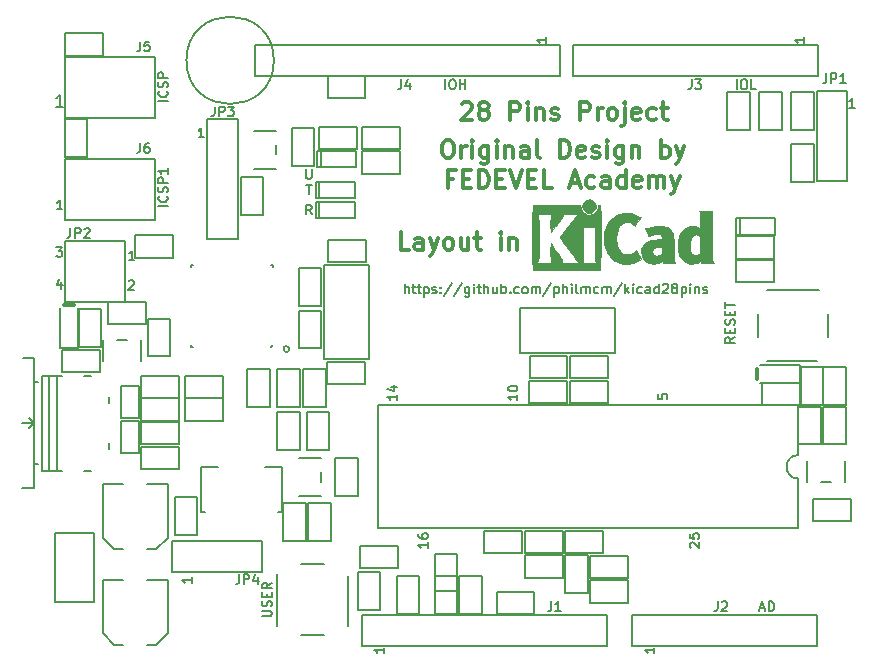
<source format=gto>
G04 #@! TF.GenerationSoftware,KiCad,Pcbnew,(5.0.0-3-g5ebb6b6)*
G04 #@! TF.CreationDate,2018-09-25T22:11:26+10:00*
G04 #@! TF.ProjectId,arduinouno,61726475696E6F756E6F2E6B69636164,rev?*
G04 #@! TF.SameCoordinates,Original*
G04 #@! TF.FileFunction,Legend,Top*
G04 #@! TF.FilePolarity,Positive*
%FSLAX46Y46*%
G04 Gerber Fmt 4.6, Leading zero omitted, Abs format (unit mm)*
G04 Created by KiCad (PCBNEW (5.0.0-3-g5ebb6b6)) date Tuesday, 25 September 2018 at 10:11:26 PM*
%MOMM*%
%LPD*%
G01*
G04 APERTURE LIST*
%ADD10C,0.300000*%
%ADD11C,0.150000*%
%ADD12C,0.010000*%
G04 APERTURE END LIST*
D10*
X132021428Y-69378571D02*
X131307142Y-69378571D01*
X131307142Y-67878571D01*
X133164285Y-69378571D02*
X133164285Y-68592857D01*
X133092857Y-68450000D01*
X132950000Y-68378571D01*
X132664285Y-68378571D01*
X132521428Y-68450000D01*
X133164285Y-69307142D02*
X133021428Y-69378571D01*
X132664285Y-69378571D01*
X132521428Y-69307142D01*
X132450000Y-69164285D01*
X132450000Y-69021428D01*
X132521428Y-68878571D01*
X132664285Y-68807142D01*
X133021428Y-68807142D01*
X133164285Y-68735714D01*
X133735714Y-68378571D02*
X134092857Y-69378571D01*
X134450000Y-68378571D02*
X134092857Y-69378571D01*
X133950000Y-69735714D01*
X133878571Y-69807142D01*
X133735714Y-69878571D01*
X135235714Y-69378571D02*
X135092857Y-69307142D01*
X135021428Y-69235714D01*
X134950000Y-69092857D01*
X134950000Y-68664285D01*
X135021428Y-68521428D01*
X135092857Y-68450000D01*
X135235714Y-68378571D01*
X135450000Y-68378571D01*
X135592857Y-68450000D01*
X135664285Y-68521428D01*
X135735714Y-68664285D01*
X135735714Y-69092857D01*
X135664285Y-69235714D01*
X135592857Y-69307142D01*
X135450000Y-69378571D01*
X135235714Y-69378571D01*
X137021428Y-68378571D02*
X137021428Y-69378571D01*
X136378571Y-68378571D02*
X136378571Y-69164285D01*
X136450000Y-69307142D01*
X136592857Y-69378571D01*
X136807142Y-69378571D01*
X136950000Y-69307142D01*
X137021428Y-69235714D01*
X137521428Y-68378571D02*
X138092857Y-68378571D01*
X137735714Y-67878571D02*
X137735714Y-69164285D01*
X137807142Y-69307142D01*
X137950000Y-69378571D01*
X138092857Y-69378571D01*
X139735714Y-69378571D02*
X139735714Y-68378571D01*
X139735714Y-67878571D02*
X139664285Y-67950000D01*
X139735714Y-68021428D01*
X139807142Y-67950000D01*
X139735714Y-67878571D01*
X139735714Y-68021428D01*
X140450000Y-68378571D02*
X140450000Y-69378571D01*
X140450000Y-68521428D02*
X140521428Y-68450000D01*
X140664285Y-68378571D01*
X140878571Y-68378571D01*
X141021428Y-68450000D01*
X141092857Y-68592857D01*
X141092857Y-69378571D01*
D11*
X131608076Y-73067695D02*
X131608076Y-72254895D01*
X131956419Y-73067695D02*
X131956419Y-72641942D01*
X131917714Y-72564533D01*
X131840304Y-72525828D01*
X131724190Y-72525828D01*
X131646780Y-72564533D01*
X131608076Y-72603238D01*
X132227352Y-72525828D02*
X132536990Y-72525828D01*
X132343466Y-72254895D02*
X132343466Y-72951580D01*
X132382171Y-73028990D01*
X132459580Y-73067695D01*
X132536990Y-73067695D01*
X132691809Y-72525828D02*
X133001447Y-72525828D01*
X132807923Y-72254895D02*
X132807923Y-72951580D01*
X132846628Y-73028990D01*
X132924038Y-73067695D01*
X133001447Y-73067695D01*
X133272380Y-72525828D02*
X133272380Y-73338628D01*
X133272380Y-72564533D02*
X133349790Y-72525828D01*
X133504609Y-72525828D01*
X133582019Y-72564533D01*
X133620723Y-72603238D01*
X133659428Y-72680647D01*
X133659428Y-72912876D01*
X133620723Y-72990285D01*
X133582019Y-73028990D01*
X133504609Y-73067695D01*
X133349790Y-73067695D01*
X133272380Y-73028990D01*
X133969066Y-73028990D02*
X134046476Y-73067695D01*
X134201295Y-73067695D01*
X134278704Y-73028990D01*
X134317409Y-72951580D01*
X134317409Y-72912876D01*
X134278704Y-72835466D01*
X134201295Y-72796761D01*
X134085180Y-72796761D01*
X134007771Y-72758057D01*
X133969066Y-72680647D01*
X133969066Y-72641942D01*
X134007771Y-72564533D01*
X134085180Y-72525828D01*
X134201295Y-72525828D01*
X134278704Y-72564533D01*
X134665752Y-72990285D02*
X134704457Y-73028990D01*
X134665752Y-73067695D01*
X134627047Y-73028990D01*
X134665752Y-72990285D01*
X134665752Y-73067695D01*
X134665752Y-72564533D02*
X134704457Y-72603238D01*
X134665752Y-72641942D01*
X134627047Y-72603238D01*
X134665752Y-72564533D01*
X134665752Y-72641942D01*
X135633371Y-72216190D02*
X134936685Y-73261219D01*
X136484876Y-72216190D02*
X135788190Y-73261219D01*
X137104152Y-72525828D02*
X137104152Y-73183809D01*
X137065447Y-73261219D01*
X137026742Y-73299923D01*
X136949333Y-73338628D01*
X136833219Y-73338628D01*
X136755809Y-73299923D01*
X137104152Y-73028990D02*
X137026742Y-73067695D01*
X136871923Y-73067695D01*
X136794514Y-73028990D01*
X136755809Y-72990285D01*
X136717104Y-72912876D01*
X136717104Y-72680647D01*
X136755809Y-72603238D01*
X136794514Y-72564533D01*
X136871923Y-72525828D01*
X137026742Y-72525828D01*
X137104152Y-72564533D01*
X137491200Y-73067695D02*
X137491200Y-72525828D01*
X137491200Y-72254895D02*
X137452495Y-72293600D01*
X137491200Y-72332304D01*
X137529904Y-72293600D01*
X137491200Y-72254895D01*
X137491200Y-72332304D01*
X137762133Y-72525828D02*
X138071771Y-72525828D01*
X137878247Y-72254895D02*
X137878247Y-72951580D01*
X137916952Y-73028990D01*
X137994361Y-73067695D01*
X138071771Y-73067695D01*
X138342704Y-73067695D02*
X138342704Y-72254895D01*
X138691047Y-73067695D02*
X138691047Y-72641942D01*
X138652342Y-72564533D01*
X138574933Y-72525828D01*
X138458819Y-72525828D01*
X138381409Y-72564533D01*
X138342704Y-72603238D01*
X139426438Y-72525828D02*
X139426438Y-73067695D01*
X139078095Y-72525828D02*
X139078095Y-72951580D01*
X139116800Y-73028990D01*
X139194209Y-73067695D01*
X139310323Y-73067695D01*
X139387733Y-73028990D01*
X139426438Y-72990285D01*
X139813485Y-73067695D02*
X139813485Y-72254895D01*
X139813485Y-72564533D02*
X139890895Y-72525828D01*
X140045714Y-72525828D01*
X140123123Y-72564533D01*
X140161828Y-72603238D01*
X140200533Y-72680647D01*
X140200533Y-72912876D01*
X140161828Y-72990285D01*
X140123123Y-73028990D01*
X140045714Y-73067695D01*
X139890895Y-73067695D01*
X139813485Y-73028990D01*
X140548876Y-72990285D02*
X140587580Y-73028990D01*
X140548876Y-73067695D01*
X140510171Y-73028990D01*
X140548876Y-72990285D01*
X140548876Y-73067695D01*
X141284266Y-73028990D02*
X141206857Y-73067695D01*
X141052038Y-73067695D01*
X140974628Y-73028990D01*
X140935923Y-72990285D01*
X140897219Y-72912876D01*
X140897219Y-72680647D01*
X140935923Y-72603238D01*
X140974628Y-72564533D01*
X141052038Y-72525828D01*
X141206857Y-72525828D01*
X141284266Y-72564533D01*
X141748723Y-73067695D02*
X141671314Y-73028990D01*
X141632609Y-72990285D01*
X141593904Y-72912876D01*
X141593904Y-72680647D01*
X141632609Y-72603238D01*
X141671314Y-72564533D01*
X141748723Y-72525828D01*
X141864838Y-72525828D01*
X141942247Y-72564533D01*
X141980952Y-72603238D01*
X142019657Y-72680647D01*
X142019657Y-72912876D01*
X141980952Y-72990285D01*
X141942247Y-73028990D01*
X141864838Y-73067695D01*
X141748723Y-73067695D01*
X142368000Y-73067695D02*
X142368000Y-72525828D01*
X142368000Y-72603238D02*
X142406704Y-72564533D01*
X142484114Y-72525828D01*
X142600228Y-72525828D01*
X142677638Y-72564533D01*
X142716342Y-72641942D01*
X142716342Y-73067695D01*
X142716342Y-72641942D02*
X142755047Y-72564533D01*
X142832457Y-72525828D01*
X142948571Y-72525828D01*
X143025980Y-72564533D01*
X143064685Y-72641942D01*
X143064685Y-73067695D01*
X144032304Y-72216190D02*
X143335619Y-73261219D01*
X144303238Y-72525828D02*
X144303238Y-73338628D01*
X144303238Y-72564533D02*
X144380647Y-72525828D01*
X144535466Y-72525828D01*
X144612876Y-72564533D01*
X144651580Y-72603238D01*
X144690285Y-72680647D01*
X144690285Y-72912876D01*
X144651580Y-72990285D01*
X144612876Y-73028990D01*
X144535466Y-73067695D01*
X144380647Y-73067695D01*
X144303238Y-73028990D01*
X145038628Y-73067695D02*
X145038628Y-72254895D01*
X145386971Y-73067695D02*
X145386971Y-72641942D01*
X145348266Y-72564533D01*
X145270857Y-72525828D01*
X145154742Y-72525828D01*
X145077333Y-72564533D01*
X145038628Y-72603238D01*
X145774019Y-73067695D02*
X145774019Y-72525828D01*
X145774019Y-72254895D02*
X145735314Y-72293600D01*
X145774019Y-72332304D01*
X145812723Y-72293600D01*
X145774019Y-72254895D01*
X145774019Y-72332304D01*
X146277180Y-73067695D02*
X146199771Y-73028990D01*
X146161066Y-72951580D01*
X146161066Y-72254895D01*
X146586819Y-73067695D02*
X146586819Y-72525828D01*
X146586819Y-72603238D02*
X146625523Y-72564533D01*
X146702933Y-72525828D01*
X146819047Y-72525828D01*
X146896457Y-72564533D01*
X146935161Y-72641942D01*
X146935161Y-73067695D01*
X146935161Y-72641942D02*
X146973866Y-72564533D01*
X147051276Y-72525828D01*
X147167390Y-72525828D01*
X147244800Y-72564533D01*
X147283504Y-72641942D01*
X147283504Y-73067695D01*
X148018895Y-73028990D02*
X147941485Y-73067695D01*
X147786666Y-73067695D01*
X147709257Y-73028990D01*
X147670552Y-72990285D01*
X147631847Y-72912876D01*
X147631847Y-72680647D01*
X147670552Y-72603238D01*
X147709257Y-72564533D01*
X147786666Y-72525828D01*
X147941485Y-72525828D01*
X148018895Y-72564533D01*
X148367238Y-73067695D02*
X148367238Y-72525828D01*
X148367238Y-72603238D02*
X148405942Y-72564533D01*
X148483352Y-72525828D01*
X148599466Y-72525828D01*
X148676876Y-72564533D01*
X148715580Y-72641942D01*
X148715580Y-73067695D01*
X148715580Y-72641942D02*
X148754285Y-72564533D01*
X148831695Y-72525828D01*
X148947809Y-72525828D01*
X149025219Y-72564533D01*
X149063923Y-72641942D01*
X149063923Y-73067695D01*
X150031542Y-72216190D02*
X149334857Y-73261219D01*
X150302476Y-73067695D02*
X150302476Y-72254895D01*
X150379885Y-72758057D02*
X150612114Y-73067695D01*
X150612114Y-72525828D02*
X150302476Y-72835466D01*
X150960457Y-73067695D02*
X150960457Y-72525828D01*
X150960457Y-72254895D02*
X150921752Y-72293600D01*
X150960457Y-72332304D01*
X150999161Y-72293600D01*
X150960457Y-72254895D01*
X150960457Y-72332304D01*
X151695847Y-73028990D02*
X151618438Y-73067695D01*
X151463619Y-73067695D01*
X151386209Y-73028990D01*
X151347504Y-72990285D01*
X151308800Y-72912876D01*
X151308800Y-72680647D01*
X151347504Y-72603238D01*
X151386209Y-72564533D01*
X151463619Y-72525828D01*
X151618438Y-72525828D01*
X151695847Y-72564533D01*
X152392533Y-73067695D02*
X152392533Y-72641942D01*
X152353828Y-72564533D01*
X152276419Y-72525828D01*
X152121600Y-72525828D01*
X152044190Y-72564533D01*
X152392533Y-73028990D02*
X152315123Y-73067695D01*
X152121600Y-73067695D01*
X152044190Y-73028990D01*
X152005485Y-72951580D01*
X152005485Y-72874171D01*
X152044190Y-72796761D01*
X152121600Y-72758057D01*
X152315123Y-72758057D01*
X152392533Y-72719352D01*
X153127923Y-73067695D02*
X153127923Y-72254895D01*
X153127923Y-73028990D02*
X153050514Y-73067695D01*
X152895695Y-73067695D01*
X152818285Y-73028990D01*
X152779580Y-72990285D01*
X152740876Y-72912876D01*
X152740876Y-72680647D01*
X152779580Y-72603238D01*
X152818285Y-72564533D01*
X152895695Y-72525828D01*
X153050514Y-72525828D01*
X153127923Y-72564533D01*
X153476266Y-72332304D02*
X153514971Y-72293600D01*
X153592380Y-72254895D01*
X153785904Y-72254895D01*
X153863314Y-72293600D01*
X153902019Y-72332304D01*
X153940723Y-72409714D01*
X153940723Y-72487123D01*
X153902019Y-72603238D01*
X153437561Y-73067695D01*
X153940723Y-73067695D01*
X154405180Y-72603238D02*
X154327771Y-72564533D01*
X154289066Y-72525828D01*
X154250361Y-72448419D01*
X154250361Y-72409714D01*
X154289066Y-72332304D01*
X154327771Y-72293600D01*
X154405180Y-72254895D01*
X154560000Y-72254895D01*
X154637409Y-72293600D01*
X154676114Y-72332304D01*
X154714819Y-72409714D01*
X154714819Y-72448419D01*
X154676114Y-72525828D01*
X154637409Y-72564533D01*
X154560000Y-72603238D01*
X154405180Y-72603238D01*
X154327771Y-72641942D01*
X154289066Y-72680647D01*
X154250361Y-72758057D01*
X154250361Y-72912876D01*
X154289066Y-72990285D01*
X154327771Y-73028990D01*
X154405180Y-73067695D01*
X154560000Y-73067695D01*
X154637409Y-73028990D01*
X154676114Y-72990285D01*
X154714819Y-72912876D01*
X154714819Y-72758057D01*
X154676114Y-72680647D01*
X154637409Y-72641942D01*
X154560000Y-72603238D01*
X155063161Y-72525828D02*
X155063161Y-73338628D01*
X155063161Y-72564533D02*
X155140571Y-72525828D01*
X155295390Y-72525828D01*
X155372800Y-72564533D01*
X155411504Y-72603238D01*
X155450209Y-72680647D01*
X155450209Y-72912876D01*
X155411504Y-72990285D01*
X155372800Y-73028990D01*
X155295390Y-73067695D01*
X155140571Y-73067695D01*
X155063161Y-73028990D01*
X155798552Y-73067695D02*
X155798552Y-72525828D01*
X155798552Y-72254895D02*
X155759847Y-72293600D01*
X155798552Y-72332304D01*
X155837257Y-72293600D01*
X155798552Y-72254895D01*
X155798552Y-72332304D01*
X156185600Y-72525828D02*
X156185600Y-73067695D01*
X156185600Y-72603238D02*
X156224304Y-72564533D01*
X156301714Y-72525828D01*
X156417828Y-72525828D01*
X156495238Y-72564533D01*
X156533942Y-72641942D01*
X156533942Y-73067695D01*
X156882285Y-73028990D02*
X156959695Y-73067695D01*
X157114514Y-73067695D01*
X157191923Y-73028990D01*
X157230628Y-72951580D01*
X157230628Y-72912876D01*
X157191923Y-72835466D01*
X157114514Y-72796761D01*
X156998400Y-72796761D01*
X156920990Y-72758057D01*
X156882285Y-72680647D01*
X156882285Y-72641942D01*
X156920990Y-72564533D01*
X156998400Y-72525828D01*
X157114514Y-72525828D01*
X157191923Y-72564533D01*
D10*
X135142857Y-60103571D02*
X135428571Y-60103571D01*
X135571428Y-60175000D01*
X135714285Y-60317857D01*
X135785714Y-60603571D01*
X135785714Y-61103571D01*
X135714285Y-61389285D01*
X135571428Y-61532142D01*
X135428571Y-61603571D01*
X135142857Y-61603571D01*
X135000000Y-61532142D01*
X134857142Y-61389285D01*
X134785714Y-61103571D01*
X134785714Y-60603571D01*
X134857142Y-60317857D01*
X135000000Y-60175000D01*
X135142857Y-60103571D01*
X136428571Y-61603571D02*
X136428571Y-60603571D01*
X136428571Y-60889285D02*
X136500000Y-60746428D01*
X136571428Y-60675000D01*
X136714285Y-60603571D01*
X136857142Y-60603571D01*
X137357142Y-61603571D02*
X137357142Y-60603571D01*
X137357142Y-60103571D02*
X137285714Y-60175000D01*
X137357142Y-60246428D01*
X137428571Y-60175000D01*
X137357142Y-60103571D01*
X137357142Y-60246428D01*
X138714285Y-60603571D02*
X138714285Y-61817857D01*
X138642857Y-61960714D01*
X138571428Y-62032142D01*
X138428571Y-62103571D01*
X138214285Y-62103571D01*
X138071428Y-62032142D01*
X138714285Y-61532142D02*
X138571428Y-61603571D01*
X138285714Y-61603571D01*
X138142857Y-61532142D01*
X138071428Y-61460714D01*
X138000000Y-61317857D01*
X138000000Y-60889285D01*
X138071428Y-60746428D01*
X138142857Y-60675000D01*
X138285714Y-60603571D01*
X138571428Y-60603571D01*
X138714285Y-60675000D01*
X139428571Y-61603571D02*
X139428571Y-60603571D01*
X139428571Y-60103571D02*
X139357142Y-60175000D01*
X139428571Y-60246428D01*
X139500000Y-60175000D01*
X139428571Y-60103571D01*
X139428571Y-60246428D01*
X140142857Y-60603571D02*
X140142857Y-61603571D01*
X140142857Y-60746428D02*
X140214285Y-60675000D01*
X140357142Y-60603571D01*
X140571428Y-60603571D01*
X140714285Y-60675000D01*
X140785714Y-60817857D01*
X140785714Y-61603571D01*
X142142857Y-61603571D02*
X142142857Y-60817857D01*
X142071428Y-60675000D01*
X141928571Y-60603571D01*
X141642857Y-60603571D01*
X141500000Y-60675000D01*
X142142857Y-61532142D02*
X142000000Y-61603571D01*
X141642857Y-61603571D01*
X141500000Y-61532142D01*
X141428571Y-61389285D01*
X141428571Y-61246428D01*
X141500000Y-61103571D01*
X141642857Y-61032142D01*
X142000000Y-61032142D01*
X142142857Y-60960714D01*
X143071428Y-61603571D02*
X142928571Y-61532142D01*
X142857142Y-61389285D01*
X142857142Y-60103571D01*
X144785714Y-61603571D02*
X144785714Y-60103571D01*
X145142857Y-60103571D01*
X145357142Y-60175000D01*
X145500000Y-60317857D01*
X145571428Y-60460714D01*
X145642857Y-60746428D01*
X145642857Y-60960714D01*
X145571428Y-61246428D01*
X145500000Y-61389285D01*
X145357142Y-61532142D01*
X145142857Y-61603571D01*
X144785714Y-61603571D01*
X146857142Y-61532142D02*
X146714285Y-61603571D01*
X146428571Y-61603571D01*
X146285714Y-61532142D01*
X146214285Y-61389285D01*
X146214285Y-60817857D01*
X146285714Y-60675000D01*
X146428571Y-60603571D01*
X146714285Y-60603571D01*
X146857142Y-60675000D01*
X146928571Y-60817857D01*
X146928571Y-60960714D01*
X146214285Y-61103571D01*
X147500000Y-61532142D02*
X147642857Y-61603571D01*
X147928571Y-61603571D01*
X148071428Y-61532142D01*
X148142857Y-61389285D01*
X148142857Y-61317857D01*
X148071428Y-61175000D01*
X147928571Y-61103571D01*
X147714285Y-61103571D01*
X147571428Y-61032142D01*
X147500000Y-60889285D01*
X147500000Y-60817857D01*
X147571428Y-60675000D01*
X147714285Y-60603571D01*
X147928571Y-60603571D01*
X148071428Y-60675000D01*
X148785714Y-61603571D02*
X148785714Y-60603571D01*
X148785714Y-60103571D02*
X148714285Y-60175000D01*
X148785714Y-60246428D01*
X148857142Y-60175000D01*
X148785714Y-60103571D01*
X148785714Y-60246428D01*
X150142857Y-60603571D02*
X150142857Y-61817857D01*
X150071428Y-61960714D01*
X150000000Y-62032142D01*
X149857142Y-62103571D01*
X149642857Y-62103571D01*
X149500000Y-62032142D01*
X150142857Y-61532142D02*
X150000000Y-61603571D01*
X149714285Y-61603571D01*
X149571428Y-61532142D01*
X149500000Y-61460714D01*
X149428571Y-61317857D01*
X149428571Y-60889285D01*
X149500000Y-60746428D01*
X149571428Y-60675000D01*
X149714285Y-60603571D01*
X150000000Y-60603571D01*
X150142857Y-60675000D01*
X150857142Y-60603571D02*
X150857142Y-61603571D01*
X150857142Y-60746428D02*
X150928571Y-60675000D01*
X151071428Y-60603571D01*
X151285714Y-60603571D01*
X151428571Y-60675000D01*
X151500000Y-60817857D01*
X151500000Y-61603571D01*
X153357142Y-61603571D02*
X153357142Y-60103571D01*
X153357142Y-60675000D02*
X153500000Y-60603571D01*
X153785714Y-60603571D01*
X153928571Y-60675000D01*
X154000000Y-60746428D01*
X154071428Y-60889285D01*
X154071428Y-61317857D01*
X154000000Y-61460714D01*
X153928571Y-61532142D01*
X153785714Y-61603571D01*
X153500000Y-61603571D01*
X153357142Y-61532142D01*
X154571428Y-60603571D02*
X154928571Y-61603571D01*
X155285714Y-60603571D02*
X154928571Y-61603571D01*
X154785714Y-61960714D01*
X154714285Y-62032142D01*
X154571428Y-62103571D01*
X135750000Y-63367857D02*
X135250000Y-63367857D01*
X135250000Y-64153571D02*
X135250000Y-62653571D01*
X135964285Y-62653571D01*
X136535714Y-63367857D02*
X137035714Y-63367857D01*
X137250000Y-64153571D02*
X136535714Y-64153571D01*
X136535714Y-62653571D01*
X137250000Y-62653571D01*
X137892857Y-64153571D02*
X137892857Y-62653571D01*
X138250000Y-62653571D01*
X138464285Y-62725000D01*
X138607142Y-62867857D01*
X138678571Y-63010714D01*
X138750000Y-63296428D01*
X138750000Y-63510714D01*
X138678571Y-63796428D01*
X138607142Y-63939285D01*
X138464285Y-64082142D01*
X138250000Y-64153571D01*
X137892857Y-64153571D01*
X139392857Y-63367857D02*
X139892857Y-63367857D01*
X140107142Y-64153571D02*
X139392857Y-64153571D01*
X139392857Y-62653571D01*
X140107142Y-62653571D01*
X140535714Y-62653571D02*
X141035714Y-64153571D01*
X141535714Y-62653571D01*
X142035714Y-63367857D02*
X142535714Y-63367857D01*
X142750000Y-64153571D02*
X142035714Y-64153571D01*
X142035714Y-62653571D01*
X142750000Y-62653571D01*
X144107142Y-64153571D02*
X143392857Y-64153571D01*
X143392857Y-62653571D01*
X145678571Y-63725000D02*
X146392857Y-63725000D01*
X145535714Y-64153571D02*
X146035714Y-62653571D01*
X146535714Y-64153571D01*
X147678571Y-64082142D02*
X147535714Y-64153571D01*
X147250000Y-64153571D01*
X147107142Y-64082142D01*
X147035714Y-64010714D01*
X146964285Y-63867857D01*
X146964285Y-63439285D01*
X147035714Y-63296428D01*
X147107142Y-63225000D01*
X147250000Y-63153571D01*
X147535714Y-63153571D01*
X147678571Y-63225000D01*
X148964285Y-64153571D02*
X148964285Y-63367857D01*
X148892857Y-63225000D01*
X148750000Y-63153571D01*
X148464285Y-63153571D01*
X148321428Y-63225000D01*
X148964285Y-64082142D02*
X148821428Y-64153571D01*
X148464285Y-64153571D01*
X148321428Y-64082142D01*
X148250000Y-63939285D01*
X148250000Y-63796428D01*
X148321428Y-63653571D01*
X148464285Y-63582142D01*
X148821428Y-63582142D01*
X148964285Y-63510714D01*
X150321428Y-64153571D02*
X150321428Y-62653571D01*
X150321428Y-64082142D02*
X150178571Y-64153571D01*
X149892857Y-64153571D01*
X149750000Y-64082142D01*
X149678571Y-64010714D01*
X149607142Y-63867857D01*
X149607142Y-63439285D01*
X149678571Y-63296428D01*
X149750000Y-63225000D01*
X149892857Y-63153571D01*
X150178571Y-63153571D01*
X150321428Y-63225000D01*
X151607142Y-64082142D02*
X151464285Y-64153571D01*
X151178571Y-64153571D01*
X151035714Y-64082142D01*
X150964285Y-63939285D01*
X150964285Y-63367857D01*
X151035714Y-63225000D01*
X151178571Y-63153571D01*
X151464285Y-63153571D01*
X151607142Y-63225000D01*
X151678571Y-63367857D01*
X151678571Y-63510714D01*
X150964285Y-63653571D01*
X152321428Y-64153571D02*
X152321428Y-63153571D01*
X152321428Y-63296428D02*
X152392857Y-63225000D01*
X152535714Y-63153571D01*
X152750000Y-63153571D01*
X152892857Y-63225000D01*
X152964285Y-63367857D01*
X152964285Y-64153571D01*
X152964285Y-63367857D02*
X153035714Y-63225000D01*
X153178571Y-63153571D01*
X153392857Y-63153571D01*
X153535714Y-63225000D01*
X153607142Y-63367857D01*
X153607142Y-64153571D01*
X154178571Y-63153571D02*
X154535714Y-64153571D01*
X154892857Y-63153571D02*
X154535714Y-64153571D01*
X154392857Y-64510714D01*
X154321428Y-64582142D01*
X154178571Y-64653571D01*
X136457142Y-57021428D02*
X136528571Y-56950000D01*
X136671428Y-56878571D01*
X137028571Y-56878571D01*
X137171428Y-56950000D01*
X137242857Y-57021428D01*
X137314285Y-57164285D01*
X137314285Y-57307142D01*
X137242857Y-57521428D01*
X136385714Y-58378571D01*
X137314285Y-58378571D01*
X138171428Y-57521428D02*
X138028571Y-57450000D01*
X137957142Y-57378571D01*
X137885714Y-57235714D01*
X137885714Y-57164285D01*
X137957142Y-57021428D01*
X138028571Y-56950000D01*
X138171428Y-56878571D01*
X138457142Y-56878571D01*
X138600000Y-56950000D01*
X138671428Y-57021428D01*
X138742857Y-57164285D01*
X138742857Y-57235714D01*
X138671428Y-57378571D01*
X138600000Y-57450000D01*
X138457142Y-57521428D01*
X138171428Y-57521428D01*
X138028571Y-57592857D01*
X137957142Y-57664285D01*
X137885714Y-57807142D01*
X137885714Y-58092857D01*
X137957142Y-58235714D01*
X138028571Y-58307142D01*
X138171428Y-58378571D01*
X138457142Y-58378571D01*
X138600000Y-58307142D01*
X138671428Y-58235714D01*
X138742857Y-58092857D01*
X138742857Y-57807142D01*
X138671428Y-57664285D01*
X138600000Y-57592857D01*
X138457142Y-57521428D01*
X140528571Y-58378571D02*
X140528571Y-56878571D01*
X141100000Y-56878571D01*
X141242857Y-56950000D01*
X141314285Y-57021428D01*
X141385714Y-57164285D01*
X141385714Y-57378571D01*
X141314285Y-57521428D01*
X141242857Y-57592857D01*
X141100000Y-57664285D01*
X140528571Y-57664285D01*
X142028571Y-58378571D02*
X142028571Y-57378571D01*
X142028571Y-56878571D02*
X141957142Y-56950000D01*
X142028571Y-57021428D01*
X142100000Y-56950000D01*
X142028571Y-56878571D01*
X142028571Y-57021428D01*
X142742857Y-57378571D02*
X142742857Y-58378571D01*
X142742857Y-57521428D02*
X142814285Y-57450000D01*
X142957142Y-57378571D01*
X143171428Y-57378571D01*
X143314285Y-57450000D01*
X143385714Y-57592857D01*
X143385714Y-58378571D01*
X144028571Y-58307142D02*
X144171428Y-58378571D01*
X144457142Y-58378571D01*
X144600000Y-58307142D01*
X144671428Y-58164285D01*
X144671428Y-58092857D01*
X144600000Y-57950000D01*
X144457142Y-57878571D01*
X144242857Y-57878571D01*
X144100000Y-57807142D01*
X144028571Y-57664285D01*
X144028571Y-57592857D01*
X144100000Y-57450000D01*
X144242857Y-57378571D01*
X144457142Y-57378571D01*
X144600000Y-57450000D01*
X146457142Y-58378571D02*
X146457142Y-56878571D01*
X147028571Y-56878571D01*
X147171428Y-56950000D01*
X147242857Y-57021428D01*
X147314285Y-57164285D01*
X147314285Y-57378571D01*
X147242857Y-57521428D01*
X147171428Y-57592857D01*
X147028571Y-57664285D01*
X146457142Y-57664285D01*
X147957142Y-58378571D02*
X147957142Y-57378571D01*
X147957142Y-57664285D02*
X148028571Y-57521428D01*
X148100000Y-57450000D01*
X148242857Y-57378571D01*
X148385714Y-57378571D01*
X149100000Y-58378571D02*
X148957142Y-58307142D01*
X148885714Y-58235714D01*
X148814285Y-58092857D01*
X148814285Y-57664285D01*
X148885714Y-57521428D01*
X148957142Y-57450000D01*
X149100000Y-57378571D01*
X149314285Y-57378571D01*
X149457142Y-57450000D01*
X149528571Y-57521428D01*
X149600000Y-57664285D01*
X149600000Y-58092857D01*
X149528571Y-58235714D01*
X149457142Y-58307142D01*
X149314285Y-58378571D01*
X149100000Y-58378571D01*
X150242857Y-57378571D02*
X150242857Y-58664285D01*
X150171428Y-58807142D01*
X150028571Y-58878571D01*
X149957142Y-58878571D01*
X150242857Y-56878571D02*
X150171428Y-56950000D01*
X150242857Y-57021428D01*
X150314285Y-56950000D01*
X150242857Y-56878571D01*
X150242857Y-57021428D01*
X151528571Y-58307142D02*
X151385714Y-58378571D01*
X151100000Y-58378571D01*
X150957142Y-58307142D01*
X150885714Y-58164285D01*
X150885714Y-57592857D01*
X150957142Y-57450000D01*
X151100000Y-57378571D01*
X151385714Y-57378571D01*
X151528571Y-57450000D01*
X151600000Y-57592857D01*
X151600000Y-57735714D01*
X150885714Y-57878571D01*
X152885714Y-58307142D02*
X152742857Y-58378571D01*
X152457142Y-58378571D01*
X152314285Y-58307142D01*
X152242857Y-58235714D01*
X152171428Y-58092857D01*
X152171428Y-57664285D01*
X152242857Y-57521428D01*
X152314285Y-57450000D01*
X152457142Y-57378571D01*
X152742857Y-57378571D01*
X152885714Y-57450000D01*
X153314285Y-57378571D02*
X153885714Y-57378571D01*
X153528571Y-56878571D02*
X153528571Y-58164285D01*
X153600000Y-58307142D01*
X153742857Y-58378571D01*
X153885714Y-58378571D01*
D11*
X123267771Y-62554895D02*
X123267771Y-63212876D01*
X123306476Y-63290285D01*
X123345180Y-63328990D01*
X123422590Y-63367695D01*
X123577409Y-63367695D01*
X123654819Y-63328990D01*
X123693523Y-63290285D01*
X123732228Y-63212876D01*
X123732228Y-62554895D01*
X123267771Y-63854895D02*
X123732228Y-63854895D01*
X123500000Y-64667695D02*
X123500000Y-63854895D01*
X123751580Y-66367695D02*
X123480647Y-65980647D01*
X123287123Y-66367695D02*
X123287123Y-65554895D01*
X123596761Y-65554895D01*
X123674171Y-65593600D01*
X123712876Y-65632304D01*
X123751580Y-65709714D01*
X123751580Y-65825828D01*
X123712876Y-65903238D01*
X123674171Y-65941942D01*
X123596761Y-65980647D01*
X123287123Y-65980647D01*
X155832304Y-94619276D02*
X155793600Y-94580571D01*
X155754895Y-94503161D01*
X155754895Y-94309638D01*
X155793600Y-94232228D01*
X155832304Y-94193523D01*
X155909714Y-94154819D01*
X155987123Y-94154819D01*
X156103238Y-94193523D01*
X156567695Y-94657980D01*
X156567695Y-94154819D01*
X155754895Y-93419428D02*
X155754895Y-93806476D01*
X156141942Y-93845180D01*
X156103238Y-93806476D01*
X156064533Y-93729066D01*
X156064533Y-93535542D01*
X156103238Y-93458133D01*
X156141942Y-93419428D01*
X156219352Y-93380723D01*
X156412876Y-93380723D01*
X156490285Y-93419428D01*
X156528990Y-93458133D01*
X156567695Y-93535542D01*
X156567695Y-93729066D01*
X156528990Y-93806476D01*
X156490285Y-93845180D01*
X133567695Y-94154819D02*
X133567695Y-94619276D01*
X133567695Y-94387047D02*
X132754895Y-94387047D01*
X132871009Y-94464457D01*
X132948419Y-94541866D01*
X132987123Y-94619276D01*
X132754895Y-93458133D02*
X132754895Y-93612952D01*
X132793600Y-93690361D01*
X132832304Y-93729066D01*
X132948419Y-93806476D01*
X133103238Y-93845180D01*
X133412876Y-93845180D01*
X133490285Y-93806476D01*
X133528990Y-93767771D01*
X133567695Y-93690361D01*
X133567695Y-93535542D01*
X133528990Y-93458133D01*
X133490285Y-93419428D01*
X133412876Y-93380723D01*
X133219352Y-93380723D01*
X133141942Y-93419428D01*
X133103238Y-93458133D01*
X133064533Y-93535542D01*
X133064533Y-93690361D01*
X133103238Y-93767771D01*
X133141942Y-93806476D01*
X133219352Y-93845180D01*
X130967695Y-81654819D02*
X130967695Y-82119276D01*
X130967695Y-81887047D02*
X130154895Y-81887047D01*
X130271009Y-81964457D01*
X130348419Y-82041866D01*
X130387123Y-82119276D01*
X130425828Y-80958133D02*
X130967695Y-80958133D01*
X130116190Y-81151657D02*
X130696761Y-81345180D01*
X130696761Y-80842019D01*
X141167695Y-81654819D02*
X141167695Y-82119276D01*
X141167695Y-81887047D02*
X140354895Y-81887047D01*
X140471009Y-81964457D01*
X140548419Y-82041866D01*
X140587123Y-82119276D01*
X140354895Y-81151657D02*
X140354895Y-81074247D01*
X140393600Y-80996838D01*
X140432304Y-80958133D01*
X140509714Y-80919428D01*
X140664533Y-80880723D01*
X140858057Y-80880723D01*
X141012876Y-80919428D01*
X141090285Y-80958133D01*
X141128990Y-80996838D01*
X141167695Y-81074247D01*
X141167695Y-81151657D01*
X141128990Y-81229066D01*
X141090285Y-81267771D01*
X141012876Y-81306476D01*
X140858057Y-81345180D01*
X140664533Y-81345180D01*
X140509714Y-81306476D01*
X140432304Y-81267771D01*
X140393600Y-81229066D01*
X140354895Y-81151657D01*
X153054895Y-81606476D02*
X153054895Y-81993523D01*
X153441942Y-82032228D01*
X153403238Y-81993523D01*
X153364533Y-81916114D01*
X153364533Y-81722590D01*
X153403238Y-81645180D01*
X153441942Y-81606476D01*
X153519352Y-81567771D01*
X153712876Y-81567771D01*
X153790285Y-81606476D01*
X153828990Y-81645180D01*
X153867695Y-81722590D01*
X153867695Y-81916114D01*
X153828990Y-81993523D01*
X153790285Y-82032228D01*
X161700076Y-99735466D02*
X162087123Y-99735466D01*
X161622666Y-99967695D02*
X161893600Y-99154895D01*
X162164533Y-99967695D01*
X162435466Y-99967695D02*
X162435466Y-99154895D01*
X162628990Y-99154895D01*
X162745104Y-99193600D01*
X162822514Y-99271009D01*
X162861219Y-99348419D01*
X162899923Y-99503238D01*
X162899923Y-99619352D01*
X162861219Y-99774171D01*
X162822514Y-99851580D01*
X162745104Y-99928990D01*
X162628990Y-99967695D01*
X162435466Y-99967695D01*
X159745257Y-55767695D02*
X159745257Y-54954895D01*
X160287123Y-54954895D02*
X160441942Y-54954895D01*
X160519352Y-54993600D01*
X160596761Y-55071009D01*
X160635466Y-55225828D01*
X160635466Y-55496761D01*
X160596761Y-55651580D01*
X160519352Y-55728990D01*
X160441942Y-55767695D01*
X160287123Y-55767695D01*
X160209714Y-55728990D01*
X160132304Y-55651580D01*
X160093600Y-55496761D01*
X160093600Y-55225828D01*
X160132304Y-55071009D01*
X160209714Y-54993600D01*
X160287123Y-54954895D01*
X161370857Y-55767695D02*
X160983809Y-55767695D01*
X160983809Y-54954895D01*
X135048495Y-55767695D02*
X135048495Y-54954895D01*
X135590361Y-54954895D02*
X135745180Y-54954895D01*
X135822590Y-54993600D01*
X135900000Y-55071009D01*
X135938704Y-55225828D01*
X135938704Y-55496761D01*
X135900000Y-55651580D01*
X135822590Y-55728990D01*
X135745180Y-55767695D01*
X135590361Y-55767695D01*
X135512952Y-55728990D01*
X135435542Y-55651580D01*
X135396838Y-55496761D01*
X135396838Y-55225828D01*
X135435542Y-55071009D01*
X135512952Y-54993600D01*
X135590361Y-54954895D01*
X136287047Y-55767695D02*
X136287047Y-54954895D01*
X136287047Y-55341942D02*
X136751504Y-55341942D01*
X136751504Y-55767695D02*
X136751504Y-54954895D01*
X111567695Y-65686895D02*
X110754895Y-65686895D01*
X111490285Y-64835390D02*
X111528990Y-64874095D01*
X111567695Y-64990209D01*
X111567695Y-65067619D01*
X111528990Y-65183733D01*
X111451580Y-65261142D01*
X111374171Y-65299847D01*
X111219352Y-65338552D01*
X111103238Y-65338552D01*
X110948419Y-65299847D01*
X110871009Y-65261142D01*
X110793600Y-65183733D01*
X110754895Y-65067619D01*
X110754895Y-64990209D01*
X110793600Y-64874095D01*
X110832304Y-64835390D01*
X111528990Y-64525752D02*
X111567695Y-64409638D01*
X111567695Y-64216114D01*
X111528990Y-64138704D01*
X111490285Y-64100000D01*
X111412876Y-64061295D01*
X111335466Y-64061295D01*
X111258057Y-64100000D01*
X111219352Y-64138704D01*
X111180647Y-64216114D01*
X111141942Y-64370933D01*
X111103238Y-64448342D01*
X111064533Y-64487047D01*
X110987123Y-64525752D01*
X110909714Y-64525752D01*
X110832304Y-64487047D01*
X110793600Y-64448342D01*
X110754895Y-64370933D01*
X110754895Y-64177409D01*
X110793600Y-64061295D01*
X111567695Y-63712952D02*
X110754895Y-63712952D01*
X110754895Y-63403314D01*
X110793600Y-63325904D01*
X110832304Y-63287200D01*
X110909714Y-63248495D01*
X111025828Y-63248495D01*
X111103238Y-63287200D01*
X111141942Y-63325904D01*
X111180647Y-63403314D01*
X111180647Y-63712952D01*
X111567695Y-62474400D02*
X111567695Y-62938857D01*
X111567695Y-62706628D02*
X110754895Y-62706628D01*
X110871009Y-62784038D01*
X110948419Y-62861447D01*
X110987123Y-62938857D01*
X111567695Y-56799847D02*
X110754895Y-56799847D01*
X111490285Y-55948342D02*
X111528990Y-55987047D01*
X111567695Y-56103161D01*
X111567695Y-56180571D01*
X111528990Y-56296685D01*
X111451580Y-56374095D01*
X111374171Y-56412800D01*
X111219352Y-56451504D01*
X111103238Y-56451504D01*
X110948419Y-56412800D01*
X110871009Y-56374095D01*
X110793600Y-56296685D01*
X110754895Y-56180571D01*
X110754895Y-56103161D01*
X110793600Y-55987047D01*
X110832304Y-55948342D01*
X111528990Y-55638704D02*
X111567695Y-55522590D01*
X111567695Y-55329066D01*
X111528990Y-55251657D01*
X111490285Y-55212952D01*
X111412876Y-55174247D01*
X111335466Y-55174247D01*
X111258057Y-55212952D01*
X111219352Y-55251657D01*
X111180647Y-55329066D01*
X111141942Y-55483885D01*
X111103238Y-55561295D01*
X111064533Y-55600000D01*
X110987123Y-55638704D01*
X110909714Y-55638704D01*
X110832304Y-55600000D01*
X110793600Y-55561295D01*
X110754895Y-55483885D01*
X110754895Y-55290361D01*
X110793600Y-55174247D01*
X111567695Y-54825904D02*
X110754895Y-54825904D01*
X110754895Y-54516266D01*
X110793600Y-54438857D01*
X110832304Y-54400152D01*
X110909714Y-54361447D01*
X111025828Y-54361447D01*
X111103238Y-54400152D01*
X111141942Y-54438857D01*
X111180647Y-54516266D01*
X111180647Y-54825904D01*
X102554819Y-72125828D02*
X102554819Y-72667695D01*
X102361295Y-71816190D02*
X102167771Y-72396761D01*
X102670933Y-72396761D01*
X102129066Y-69154895D02*
X102632228Y-69154895D01*
X102361295Y-69464533D01*
X102477409Y-69464533D01*
X102554819Y-69503238D01*
X102593523Y-69541942D01*
X102632228Y-69619352D01*
X102632228Y-69812876D01*
X102593523Y-69890285D01*
X102554819Y-69928990D01*
X102477409Y-69967695D01*
X102245180Y-69967695D01*
X102167771Y-69928990D01*
X102129066Y-69890285D01*
X108267771Y-72032304D02*
X108306476Y-71993600D01*
X108383885Y-71954895D01*
X108577409Y-71954895D01*
X108654819Y-71993600D01*
X108693523Y-72032304D01*
X108732228Y-72109714D01*
X108732228Y-72187123D01*
X108693523Y-72303238D01*
X108229066Y-72767695D01*
X108732228Y-72767695D01*
X159567695Y-76780495D02*
X159180647Y-77051428D01*
X159567695Y-77244952D02*
X158754895Y-77244952D01*
X158754895Y-76935314D01*
X158793600Y-76857904D01*
X158832304Y-76819200D01*
X158909714Y-76780495D01*
X159025828Y-76780495D01*
X159103238Y-76819200D01*
X159141942Y-76857904D01*
X159180647Y-76935314D01*
X159180647Y-77244952D01*
X159141942Y-76432152D02*
X159141942Y-76161219D01*
X159567695Y-76045104D02*
X159567695Y-76432152D01*
X158754895Y-76432152D01*
X158754895Y-76045104D01*
X159528990Y-75735466D02*
X159567695Y-75619352D01*
X159567695Y-75425828D01*
X159528990Y-75348419D01*
X159490285Y-75309714D01*
X159412876Y-75271009D01*
X159335466Y-75271009D01*
X159258057Y-75309714D01*
X159219352Y-75348419D01*
X159180647Y-75425828D01*
X159141942Y-75580647D01*
X159103238Y-75658057D01*
X159064533Y-75696761D01*
X158987123Y-75735466D01*
X158909714Y-75735466D01*
X158832304Y-75696761D01*
X158793600Y-75658057D01*
X158754895Y-75580647D01*
X158754895Y-75387123D01*
X158793600Y-75271009D01*
X159141942Y-74922666D02*
X159141942Y-74651733D01*
X159567695Y-74535619D02*
X159567695Y-74922666D01*
X158754895Y-74922666D01*
X158754895Y-74535619D01*
X158754895Y-74303390D02*
X158754895Y-73838933D01*
X159567695Y-74071161D02*
X158754895Y-74071161D01*
X119554895Y-100393371D02*
X120212876Y-100393371D01*
X120290285Y-100354666D01*
X120328990Y-100315961D01*
X120367695Y-100238552D01*
X120367695Y-100083733D01*
X120328990Y-100006323D01*
X120290285Y-99967619D01*
X120212876Y-99928914D01*
X119554895Y-99928914D01*
X120328990Y-99580571D02*
X120367695Y-99464457D01*
X120367695Y-99270933D01*
X120328990Y-99193523D01*
X120290285Y-99154819D01*
X120212876Y-99116114D01*
X120135466Y-99116114D01*
X120058057Y-99154819D01*
X120019352Y-99193523D01*
X119980647Y-99270933D01*
X119941942Y-99425752D01*
X119903238Y-99503161D01*
X119864533Y-99541866D01*
X119787123Y-99580571D01*
X119709714Y-99580571D01*
X119632304Y-99541866D01*
X119593600Y-99503161D01*
X119554895Y-99425752D01*
X119554895Y-99232228D01*
X119593600Y-99116114D01*
X119941942Y-98767771D02*
X119941942Y-98496838D01*
X120367695Y-98380723D02*
X120367695Y-98767771D01*
X119554895Y-98767771D01*
X119554895Y-98380723D01*
X120367695Y-97567923D02*
X119980647Y-97838857D01*
X120367695Y-98032380D02*
X119554895Y-98032380D01*
X119554895Y-97722742D01*
X119593600Y-97645333D01*
X119632304Y-97606628D01*
X119709714Y-97567923D01*
X119825828Y-97567923D01*
X119903238Y-97606628D01*
X119941942Y-97645333D01*
X119980647Y-97722742D01*
X119980647Y-98032380D01*
G04 #@! TO.C,SW2*
X126800000Y-97000000D02*
X126800000Y-101200000D01*
X122800000Y-102000000D02*
X124800000Y-102000000D01*
X120800000Y-96800000D02*
X120800000Y-101200000D01*
X124800000Y-96000000D02*
X122800000Y-96000000D01*
G04 #@! TO.C,SW1*
X166500000Y-78800000D02*
X162300000Y-78800000D01*
X161500000Y-74800000D02*
X161500000Y-76800000D01*
X166700000Y-72800000D02*
X162300000Y-72800000D01*
X167500000Y-76800000D02*
X167500000Y-74800000D01*
G04 #@! TO.C,C16*
X138150000Y-100200000D02*
X138150000Y-97000000D01*
X136250000Y-100200000D02*
X138150000Y-100200000D01*
X136250000Y-97000000D02*
X136250000Y-100200000D01*
X136250000Y-97000000D02*
X138150000Y-97000000D01*
G04 #@! TO.C,Y2*
X124800000Y-70650000D02*
X128600000Y-70650000D01*
X124800000Y-78650000D02*
X124800000Y-70650000D01*
X128600000Y-78650000D02*
X124800000Y-78650000D01*
X128600000Y-70650000D02*
X128600000Y-78650000D01*
G04 #@! TO.C,J4*
X118926000Y-54640000D02*
X144756000Y-54640000D01*
X118926000Y-52040000D02*
X118926000Y-54640000D01*
X144756000Y-52040000D02*
X118926000Y-52040000D01*
X144756000Y-54640000D02*
X144756000Y-52040000D01*
G04 #@! TO.C,U1*
X164955000Y-82557000D02*
X164955000Y-86757000D01*
X164955000Y-92957000D02*
X164955000Y-88757000D01*
X164955000Y-88757000D02*
G75*
G02X164955000Y-86757000I0J1000000D01*
G01*
X129355000Y-82557000D02*
X164955000Y-82557000D01*
X129355000Y-92957000D02*
X164955000Y-92957000D01*
X129355000Y-92957000D02*
X129355000Y-82557000D01*
G04 #@! TO.C,C1*
X110550000Y-94750000D02*
X111550000Y-93750000D01*
X107050000Y-94750000D02*
X106050000Y-93750000D01*
X109800000Y-94750000D02*
X110550000Y-94750000D01*
X111550000Y-89250000D02*
X109800000Y-89250000D01*
X106050000Y-93750000D02*
X106050000Y-89250000D01*
X107800000Y-94750000D02*
X107050000Y-94750000D01*
X111550000Y-89250000D02*
X111550000Y-93750000D01*
X106050000Y-89250000D02*
X107800000Y-89250000D01*
G04 #@! TO.C,C2*
X110550000Y-102850000D02*
X111550000Y-101850000D01*
X107050000Y-102850000D02*
X106050000Y-101850000D01*
X109800000Y-102850000D02*
X110550000Y-102850000D01*
X111550000Y-97350000D02*
X109800000Y-97350000D01*
X106050000Y-101850000D02*
X106050000Y-97350000D01*
X107800000Y-102850000D02*
X107050000Y-102850000D01*
X111550000Y-97350000D02*
X111550000Y-101850000D01*
X106050000Y-97350000D02*
X107800000Y-97350000D01*
G04 #@! TO.C,C3*
X124950000Y-82700000D02*
X124950000Y-79500000D01*
X123050000Y-82700000D02*
X124950000Y-82700000D01*
X123050000Y-79500000D02*
X123050000Y-82700000D01*
X123050000Y-79500000D02*
X124950000Y-79500000D01*
G04 #@! TO.C,C4*
X120850000Y-79500000D02*
X120850000Y-82700000D01*
X122750000Y-79500000D02*
X120850000Y-79500000D01*
X122750000Y-82700000D02*
X122750000Y-79500000D01*
X122750000Y-82700000D02*
X120850000Y-82700000D01*
G04 #@! TO.C,C5*
X124575000Y-74100000D02*
X124575000Y-70900000D01*
X122675000Y-74100000D02*
X124575000Y-74100000D01*
X122675000Y-70900000D02*
X122675000Y-74100000D01*
X122675000Y-70900000D02*
X124575000Y-70900000D01*
G04 #@! TO.C,C6*
X118300000Y-79500000D02*
X118300000Y-82700000D01*
X120200000Y-79500000D02*
X118300000Y-79500000D01*
X120200000Y-82700000D02*
X120200000Y-79500000D01*
X120200000Y-82700000D02*
X118300000Y-82700000D01*
G04 #@! TO.C,C7*
X116200000Y-80050000D02*
X113000000Y-80050000D01*
X116200000Y-81950000D02*
X116200000Y-80050000D01*
X113000000Y-81950000D02*
X116200000Y-81950000D01*
X113000000Y-81950000D02*
X113000000Y-80050000D01*
G04 #@! TO.C,C8*
X104750000Y-61500000D02*
X104750000Y-58300000D01*
X102850000Y-61500000D02*
X104750000Y-61500000D01*
X102850000Y-58300000D02*
X102850000Y-61500000D01*
X102850000Y-58300000D02*
X104750000Y-58300000D01*
G04 #@! TO.C,C9*
X128325000Y-68525000D02*
X125125000Y-68525000D01*
X128325000Y-70425000D02*
X128325000Y-68525000D01*
X125125000Y-70425000D02*
X128325000Y-70425000D01*
X125125000Y-70425000D02*
X125125000Y-68525000D01*
G04 #@! TO.C,C10*
X128225000Y-78850000D02*
X125025000Y-78850000D01*
X128225000Y-80750000D02*
X128225000Y-78850000D01*
X125025000Y-80750000D02*
X128225000Y-80750000D01*
X125025000Y-80750000D02*
X125025000Y-78850000D01*
G04 #@! TO.C,C11*
X166250000Y-59200000D02*
X166250000Y-56000000D01*
X164350000Y-59200000D02*
X166250000Y-59200000D01*
X164350000Y-56000000D02*
X164350000Y-59200000D01*
X164350000Y-56000000D02*
X166250000Y-56000000D01*
G04 #@! TO.C,C12*
X114050000Y-93500000D02*
X114050000Y-90300000D01*
X112150000Y-93500000D02*
X114050000Y-93500000D01*
X112150000Y-90300000D02*
X112150000Y-93500000D01*
X112150000Y-90300000D02*
X114050000Y-90300000D01*
G04 #@! TO.C,C13*
X123250000Y-94000000D02*
X123250000Y-90800000D01*
X121350000Y-94000000D02*
X123250000Y-94000000D01*
X121350000Y-90800000D02*
X121350000Y-94000000D01*
X121350000Y-90800000D02*
X123250000Y-90800000D01*
G04 #@! TO.C,C14*
X139400000Y-100250000D02*
X142600000Y-100250000D01*
X139400000Y-98350000D02*
X139400000Y-100250000D01*
X142600000Y-98350000D02*
X139400000Y-98350000D01*
X142600000Y-98350000D02*
X142600000Y-100250000D01*
G04 #@! TO.C,C15*
X132850000Y-100200000D02*
X132850000Y-97000000D01*
X130950000Y-100200000D02*
X132850000Y-100200000D01*
X130950000Y-97000000D02*
X130950000Y-100200000D01*
X130950000Y-97000000D02*
X132850000Y-97000000D01*
G04 #@! TO.C,C17*
X102900000Y-52950000D02*
X106100000Y-52950000D01*
X102900000Y-51050000D02*
X102900000Y-52950000D01*
X106100000Y-51050000D02*
X102900000Y-51050000D01*
X106100000Y-51050000D02*
X106100000Y-52950000D01*
G04 #@! TO.C,C19*
X150500000Y-95275000D02*
X147300000Y-95275000D01*
X150500000Y-97175000D02*
X150500000Y-95275000D01*
X147300000Y-97175000D02*
X150500000Y-97175000D01*
X147300000Y-97175000D02*
X147300000Y-95275000D01*
G04 #@! TO.C,C20*
X148800000Y-80450000D02*
X145600000Y-80450000D01*
X148800000Y-82350000D02*
X148800000Y-80450000D01*
X145600000Y-82350000D02*
X148800000Y-82350000D01*
X145600000Y-82350000D02*
X145600000Y-80450000D01*
G04 #@! TO.C,C21*
X125100000Y-56550000D02*
X128300000Y-56550000D01*
X125100000Y-54650000D02*
X125100000Y-56550000D01*
X128300000Y-54650000D02*
X125100000Y-54650000D01*
X128300000Y-54650000D02*
X128300000Y-56550000D01*
G04 #@! TO.C,C22*
X145000000Y-95250000D02*
X141800000Y-95250000D01*
X145000000Y-97150000D02*
X145000000Y-95250000D01*
X141800000Y-97150000D02*
X145000000Y-97150000D01*
X141800000Y-97150000D02*
X141800000Y-95250000D01*
G04 #@! TO.C,C23*
X145000000Y-93150000D02*
X141800000Y-93150000D01*
X145000000Y-95050000D02*
X145000000Y-93150000D01*
X141800000Y-95050000D02*
X145000000Y-95050000D01*
X141800000Y-95050000D02*
X141800000Y-93150000D01*
G04 #@! TO.C,C24*
X145200000Y-95050000D02*
X148400000Y-95050000D01*
X145200000Y-93150000D02*
X145200000Y-95050000D01*
X148400000Y-93150000D02*
X145200000Y-93150000D01*
X148400000Y-93150000D02*
X148400000Y-95050000D01*
G04 #@! TO.C,C25*
X148800000Y-78350000D02*
X145600000Y-78350000D01*
X148800000Y-80250000D02*
X148800000Y-78350000D01*
X145600000Y-80250000D02*
X148800000Y-80250000D01*
X145600000Y-80250000D02*
X145600000Y-78350000D01*
G04 #@! TO.C,C26*
X122050000Y-59100000D02*
X122050000Y-62300000D01*
X123950000Y-59100000D02*
X122050000Y-59100000D01*
X123950000Y-62300000D02*
X123950000Y-59100000D01*
X123950000Y-62300000D02*
X122050000Y-62300000D01*
G04 #@! TO.C,C27*
X142200000Y-80250000D02*
X145400000Y-80250000D01*
X142200000Y-78350000D02*
X142200000Y-80250000D01*
X145400000Y-78350000D02*
X142200000Y-78350000D01*
X145400000Y-78350000D02*
X145400000Y-80250000D01*
G04 #@! TO.C,C28*
X166200000Y-92350000D02*
X169400000Y-92350000D01*
X166200000Y-90450000D02*
X166200000Y-92350000D01*
X169400000Y-90450000D02*
X166200000Y-90450000D01*
X169400000Y-90450000D02*
X169400000Y-92350000D01*
G04 #@! TO.C,C29*
X125250000Y-86300000D02*
X125250000Y-83100000D01*
X123350000Y-86300000D02*
X125250000Y-86300000D01*
X123350000Y-83100000D02*
X123350000Y-86300000D01*
X123350000Y-83100000D02*
X125250000Y-83100000D01*
G04 #@! TO.C,C30*
X106500000Y-75700000D02*
X109700000Y-75700000D01*
X106500000Y-73800000D02*
X106500000Y-75700000D01*
X109700000Y-73800000D02*
X106500000Y-73800000D01*
X109700000Y-73800000D02*
X109700000Y-75700000D01*
G04 #@! TO.C,C31*
X109300000Y-81950000D02*
X112500000Y-81950000D01*
X109300000Y-80050000D02*
X109300000Y-81950000D01*
X112500000Y-80050000D02*
X109300000Y-80050000D01*
X112500000Y-80050000D02*
X112500000Y-81950000D01*
G04 #@! TO.C,C32*
X164950000Y-82650000D02*
X164950000Y-85850000D01*
X166850000Y-82650000D02*
X164950000Y-82650000D01*
X166850000Y-85850000D02*
X166850000Y-82650000D01*
X166850000Y-85850000D02*
X164950000Y-85850000D01*
G04 #@! TO.C,C33*
X125350000Y-94000000D02*
X125350000Y-90800000D01*
X123450000Y-94000000D02*
X125350000Y-94000000D01*
X123450000Y-90800000D02*
X123450000Y-94000000D01*
X123450000Y-90800000D02*
X125350000Y-90800000D01*
G04 #@! TO.C,C34*
X159700000Y-72150000D02*
X162900000Y-72150000D01*
X159700000Y-70250000D02*
X159700000Y-72150000D01*
X162900000Y-70250000D02*
X159700000Y-70250000D01*
X162900000Y-70250000D02*
X162900000Y-72150000D01*
G04 #@! TO.C,D1*
X159700000Y-66700000D02*
X159700000Y-68100000D01*
X160000000Y-68100000D02*
X160000000Y-66700000D01*
X163000000Y-68100000D02*
X159700000Y-68100000D01*
X163000000Y-66700000D02*
X163000000Y-68100000D01*
X159700000Y-66700000D02*
X163000000Y-66700000D01*
G04 #@! TO.C,D2*
X124200000Y-61000000D02*
X124200000Y-62400000D01*
X124500000Y-62400000D02*
X124500000Y-61000000D01*
X127500000Y-62400000D02*
X124200000Y-62400000D01*
X127500000Y-61000000D02*
X127500000Y-62400000D01*
X124200000Y-61000000D02*
X127500000Y-61000000D01*
G04 #@! TO.C,D3*
X124100000Y-63600000D02*
X124100000Y-65000000D01*
X124400000Y-65000000D02*
X124400000Y-63600000D01*
X127400000Y-65000000D02*
X124100000Y-65000000D01*
X127400000Y-63600000D02*
X127400000Y-65000000D01*
X124100000Y-63600000D02*
X127400000Y-63600000D01*
G04 #@! TO.C,D4*
X124100000Y-65300000D02*
X124100000Y-66700000D01*
X124400000Y-66700000D02*
X124400000Y-65300000D01*
X127400000Y-66700000D02*
X124100000Y-66700000D01*
X127400000Y-65300000D02*
X127400000Y-66700000D01*
X124100000Y-65300000D02*
X127400000Y-65300000D01*
D10*
G04 #@! TO.C,D5*
X103600000Y-74070000D02*
X102800000Y-74070000D01*
D11*
X102475000Y-74270000D02*
X102475000Y-77730000D01*
X103925000Y-74270000D02*
X103925000Y-77730000D01*
X103925000Y-77730000D02*
X102475000Y-77730000D01*
D10*
G04 #@! TO.C,D6*
X161470000Y-79500000D02*
X161470000Y-80300000D01*
D11*
X161670000Y-80625000D02*
X165130000Y-80625000D01*
X161670000Y-79175000D02*
X165130000Y-79175000D01*
X165130000Y-79175000D02*
X165130000Y-80625000D01*
G04 #@! TO.C,FB1*
X122750000Y-86300000D02*
X122750000Y-83100000D01*
X120850000Y-86300000D02*
X122750000Y-86300000D01*
X120850000Y-83100000D02*
X120850000Y-86300000D01*
X120850000Y-83100000D02*
X122750000Y-83100000D01*
G04 #@! TO.C,FB2*
X147300000Y-99275000D02*
X150500000Y-99275000D01*
X147300000Y-97375000D02*
X147300000Y-99275000D01*
X150500000Y-97375000D02*
X147300000Y-97375000D01*
X150500000Y-97375000D02*
X150500000Y-99275000D01*
G04 #@! TO.C,FB3*
X147100000Y-98450000D02*
X147100000Y-95250000D01*
X145200000Y-98450000D02*
X147100000Y-98450000D01*
X145200000Y-95250000D02*
X145200000Y-98450000D01*
X145200000Y-95250000D02*
X147100000Y-95250000D01*
G04 #@! TO.C,J1*
X128040000Y-100300000D02*
X128040000Y-102900000D01*
X128040000Y-102900000D02*
X148790000Y-102900000D01*
X148790000Y-102900000D02*
X148790000Y-100300000D01*
X148790000Y-100300000D02*
X128040000Y-100300000D01*
G04 #@! TO.C,J2*
X166570000Y-100300000D02*
X166570000Y-102900000D01*
X166570000Y-100300000D02*
X150900000Y-100300000D01*
X150900000Y-102900000D02*
X166570000Y-102900000D01*
X150900000Y-100300000D02*
X150900000Y-102900000D01*
G04 #@! TO.C,J3*
X166600000Y-54640000D02*
X166600000Y-52040000D01*
X166600000Y-52040000D02*
X145850000Y-52040000D01*
X145850000Y-52040000D02*
X145850000Y-54640000D01*
X145850000Y-54640000D02*
X166600000Y-54640000D01*
G04 #@! TO.C,J5*
X102870000Y-53026000D02*
X110490000Y-53026000D01*
X102870000Y-53026000D02*
X102870000Y-58226000D01*
X110490000Y-53026000D02*
X110490000Y-58226000D01*
X102870000Y-58226000D02*
X110490000Y-58226000D01*
G04 #@! TO.C,J6*
X102870000Y-61662000D02*
X110490000Y-61662000D01*
X102870000Y-61662000D02*
X102870000Y-66862000D01*
X110490000Y-61662000D02*
X110490000Y-66862000D01*
X102870000Y-66862000D02*
X110490000Y-66862000D01*
G04 #@! TO.C,J7*
X100200000Y-84040000D02*
X99800000Y-84440000D01*
X99800000Y-83640000D02*
X100200000Y-84040000D01*
X99200000Y-84040000D02*
X100200000Y-84040000D01*
X100200000Y-87540000D02*
X100600000Y-87540000D01*
X100200000Y-80540000D02*
X100600000Y-80540000D01*
X100200000Y-78540000D02*
X99300000Y-78540000D01*
X100200000Y-89540000D02*
X99200000Y-89540000D01*
X100200000Y-78540000D02*
X100200000Y-89540000D01*
X100890000Y-80040000D02*
X100890000Y-88140000D01*
X101500000Y-80040000D02*
X101500000Y-88140000D01*
X100900000Y-80040000D02*
X102600000Y-80040000D01*
X100900000Y-88140000D02*
X102600000Y-88140000D01*
X102150000Y-80040000D02*
X102150000Y-88140000D01*
X105100000Y-88140000D02*
X104500000Y-88140000D01*
X104500000Y-80040000D02*
X105100000Y-80040000D01*
X106600000Y-81840000D02*
X106600000Y-82340000D01*
X106600000Y-86240000D02*
X106600000Y-85740000D01*
G04 #@! TO.C,JP1*
X169100000Y-63590000D02*
X166500000Y-63590000D01*
X169100000Y-63590000D02*
X169100000Y-55970000D01*
X166500000Y-55970000D02*
X166500000Y-63590000D01*
X169100000Y-55970000D02*
X166500000Y-55970000D01*
G04 #@! TO.C,JP2*
X107950000Y-73809916D02*
X102870000Y-73809916D01*
X107950000Y-73809916D02*
X107950000Y-68609916D01*
X102870000Y-73809916D02*
X102870000Y-68609916D01*
X107950000Y-68609916D02*
X102870000Y-68609916D01*
G04 #@! TO.C,JP3*
X117500000Y-68430000D02*
X114900000Y-68430000D01*
X117500000Y-68430000D02*
X117500000Y-58270000D01*
X114900000Y-58270000D02*
X114900000Y-68430000D01*
X117500000Y-58270000D02*
X114900000Y-58270000D01*
G04 #@! TO.C,JP4*
X119570000Y-94040000D02*
X119570000Y-96640000D01*
X119570000Y-94040000D02*
X111950000Y-94040000D01*
X111950000Y-96640000D02*
X119570000Y-96640000D01*
X111950000Y-94040000D02*
X111950000Y-96640000D01*
G04 #@! TO.C,L1*
X102050000Y-93400000D02*
X105350000Y-93400000D01*
X102050000Y-99200000D02*
X102050000Y-93400000D01*
X105350000Y-99200000D02*
X102050000Y-99200000D01*
X105350000Y-93400000D02*
X105350000Y-99200000D01*
G04 #@! TO.C,MH4*
X120541351Y-53340000D02*
G75*
G03X120541351Y-53340000I-3701351J0D01*
G01*
G04 #@! TO.C,R1*
X119650000Y-63200000D02*
X119650000Y-66400000D01*
X117750000Y-63200000D02*
X119650000Y-63200000D01*
X117750000Y-66400000D02*
X117750000Y-63200000D01*
X119650000Y-66400000D02*
X117750000Y-66400000D01*
G04 #@! TO.C,R2*
X131200000Y-60850000D02*
X128000000Y-60850000D01*
X131200000Y-58950000D02*
X131200000Y-60850000D01*
X128000000Y-58950000D02*
X131200000Y-58950000D01*
X128000000Y-60850000D02*
X128000000Y-58950000D01*
G04 #@! TO.C,R3*
X131200000Y-62950000D02*
X128000000Y-62950000D01*
X131200000Y-61050000D02*
X131200000Y-62950000D01*
X128000000Y-61050000D02*
X131200000Y-61050000D01*
X128000000Y-62950000D02*
X128000000Y-61050000D01*
G04 #@! TO.C,R4*
X109850000Y-78400000D02*
X109850000Y-75200000D01*
X111750000Y-78400000D02*
X109850000Y-78400000D01*
X111750000Y-75200000D02*
X111750000Y-78400000D01*
X109850000Y-75200000D02*
X111750000Y-75200000D01*
G04 #@! TO.C,R5*
X112000000Y-70050000D02*
X108800000Y-70050000D01*
X112000000Y-68150000D02*
X112000000Y-70050000D01*
X108800000Y-68150000D02*
X112000000Y-68150000D01*
X108800000Y-70050000D02*
X108800000Y-68150000D01*
G04 #@! TO.C,R6*
X109300000Y-81950000D02*
X112500000Y-81950000D01*
X109300000Y-83850000D02*
X109300000Y-81950000D01*
X112500000Y-83850000D02*
X109300000Y-83850000D01*
X112500000Y-81950000D02*
X112500000Y-83850000D01*
G04 #@! TO.C,R7*
X109300000Y-83950000D02*
X112500000Y-83950000D01*
X109300000Y-85850000D02*
X109300000Y-83950000D01*
X112500000Y-85850000D02*
X109300000Y-85850000D01*
X112500000Y-83950000D02*
X112500000Y-85850000D01*
G04 #@! TO.C,R8*
X109300000Y-86050000D02*
X112500000Y-86050000D01*
X109300000Y-87950000D02*
X109300000Y-86050000D01*
X112500000Y-87950000D02*
X109300000Y-87950000D01*
X112500000Y-86050000D02*
X112500000Y-87950000D01*
G04 #@! TO.C,R9*
X124575000Y-74525000D02*
X124575000Y-77725000D01*
X122675000Y-74525000D02*
X124575000Y-74525000D01*
X122675000Y-77725000D02*
X122675000Y-74525000D01*
X124575000Y-77725000D02*
X122675000Y-77725000D01*
G04 #@! TO.C,R10*
X161650000Y-59200000D02*
X161650000Y-56000000D01*
X163550000Y-59200000D02*
X161650000Y-59200000D01*
X163550000Y-56000000D02*
X163550000Y-59200000D01*
X161650000Y-56000000D02*
X163550000Y-56000000D01*
G04 #@! TO.C,R11*
X158950000Y-59200000D02*
X158950000Y-56000000D01*
X160850000Y-59200000D02*
X158950000Y-59200000D01*
X160850000Y-56000000D02*
X160850000Y-59200000D01*
X158950000Y-56000000D02*
X160850000Y-56000000D01*
G04 #@! TO.C,R12*
X164350000Y-63600000D02*
X164350000Y-60400000D01*
X166250000Y-63600000D02*
X164350000Y-63600000D01*
X166250000Y-60400000D02*
X166250000Y-63600000D01*
X164350000Y-60400000D02*
X166250000Y-60400000D01*
G04 #@! TO.C,R13*
X141550000Y-95075000D02*
X138350000Y-95075000D01*
X141550000Y-93175000D02*
X141550000Y-95075000D01*
X138350000Y-93175000D02*
X141550000Y-93175000D01*
X138350000Y-95075000D02*
X138350000Y-93175000D01*
G04 #@! TO.C,R14*
X165100000Y-82550000D02*
X161900000Y-82550000D01*
X165100000Y-80650000D02*
X165100000Y-82550000D01*
X161900000Y-80650000D02*
X165100000Y-80650000D01*
X161900000Y-82550000D02*
X161900000Y-80650000D01*
G04 #@! TO.C,R15*
X124400000Y-58950000D02*
X127600000Y-58950000D01*
X124400000Y-60850000D02*
X124400000Y-58950000D01*
X127600000Y-60850000D02*
X124400000Y-60850000D01*
X127600000Y-58950000D02*
X127600000Y-60850000D01*
G04 #@! TO.C,R16*
X145350000Y-82350000D02*
X142150000Y-82350000D01*
X145350000Y-80450000D02*
X145350000Y-82350000D01*
X142150000Y-80450000D02*
X145350000Y-80450000D01*
X142150000Y-82350000D02*
X142150000Y-80450000D01*
G04 #@! TO.C,R17*
X159700000Y-68250000D02*
X162900000Y-68250000D01*
X159700000Y-70150000D02*
X159700000Y-68250000D01*
X162900000Y-70150000D02*
X159700000Y-70150000D01*
X162900000Y-68250000D02*
X162900000Y-70150000D01*
G04 #@! TO.C,R18*
X168950000Y-82650000D02*
X168950000Y-85850000D01*
X167050000Y-82650000D02*
X168950000Y-82650000D01*
X167050000Y-85850000D02*
X167050000Y-82650000D01*
X168950000Y-85850000D02*
X167050000Y-85850000D01*
G04 #@! TO.C,R19*
X105950000Y-74400000D02*
X105950000Y-77600000D01*
X104050000Y-74400000D02*
X105950000Y-74400000D01*
X104050000Y-77600000D02*
X104050000Y-74400000D01*
X105950000Y-77600000D02*
X104050000Y-77600000D01*
G04 #@! TO.C,R20*
X167050000Y-82500000D02*
X167050000Y-79300000D01*
X168950000Y-82500000D02*
X167050000Y-82500000D01*
X168950000Y-79300000D02*
X168950000Y-82500000D01*
X167050000Y-79300000D02*
X168950000Y-79300000D01*
G04 #@! TO.C,R21*
X127650000Y-99900000D02*
X127650000Y-96700000D01*
X129550000Y-99900000D02*
X127650000Y-99900000D01*
X129550000Y-96700000D02*
X129550000Y-99900000D01*
X127650000Y-96700000D02*
X129550000Y-96700000D01*
G04 #@! TO.C,R22*
X125750000Y-90200000D02*
X125750000Y-87000000D01*
X127650000Y-90200000D02*
X125750000Y-90200000D01*
X127650000Y-87000000D02*
X127650000Y-90200000D01*
X125750000Y-87000000D02*
X127650000Y-87000000D01*
G04 #@! TO.C,R23*
X102600000Y-77850000D02*
X105800000Y-77850000D01*
X102600000Y-79750000D02*
X102600000Y-77850000D01*
X105800000Y-79750000D02*
X102600000Y-79750000D01*
X105800000Y-77850000D02*
X105800000Y-79750000D01*
G04 #@! TO.C,R24*
X167050000Y-79300000D02*
X167050000Y-82500000D01*
X165150000Y-79300000D02*
X167050000Y-79300000D01*
X165150000Y-82500000D02*
X165150000Y-79300000D01*
X167050000Y-82500000D02*
X165150000Y-82500000D01*
G04 #@! TO.C,R25*
X131050000Y-96350000D02*
X127850000Y-96350000D01*
X131050000Y-94450000D02*
X131050000Y-96350000D01*
X127850000Y-94450000D02*
X131050000Y-94450000D01*
X127850000Y-96350000D02*
X127850000Y-94450000D01*
G04 #@! TO.C,R26*
X116200000Y-83850000D02*
X113000000Y-83850000D01*
X116200000Y-81950000D02*
X116200000Y-83850000D01*
X113000000Y-81950000D02*
X116200000Y-81950000D01*
X113000000Y-83850000D02*
X113000000Y-81950000D01*
G04 #@! TO.C,R27*
X136050000Y-95100000D02*
X136050000Y-98300000D01*
X134150000Y-95100000D02*
X136050000Y-95100000D01*
X134150000Y-98300000D02*
X134150000Y-95100000D01*
X136050000Y-98300000D02*
X134150000Y-98300000D01*
G04 #@! TO.C,R28*
X136050000Y-97000000D02*
X136050000Y-100200000D01*
X134150000Y-97000000D02*
X136050000Y-97000000D01*
X134150000Y-100200000D02*
X134150000Y-97000000D01*
X136050000Y-100200000D02*
X134150000Y-100200000D01*
G04 #@! TO.C,U2*
X121850000Y-77790000D02*
G75*
G03X121850000Y-77790000I-250000J0D01*
G01*
X120500000Y-77440000D02*
X120300000Y-77640000D01*
X113500000Y-77640000D02*
X113500000Y-77440000D01*
X113700000Y-77640000D02*
X113500000Y-77640000D01*
X120500000Y-70640000D02*
X120500000Y-70840000D01*
X120300000Y-70640000D02*
X120500000Y-70640000D01*
X113500000Y-70640000D02*
X113500000Y-70840000D01*
X113700000Y-70640000D02*
X113500000Y-70640000D01*
G04 #@! TO.C,U3*
X114400000Y-91550000D02*
X114700000Y-91550000D01*
X121200000Y-91550000D02*
X120900000Y-91550000D01*
X121200000Y-87750000D02*
X121200000Y-91550000D01*
X119800000Y-87750000D02*
X121200000Y-87750000D01*
X114400000Y-87750000D02*
X115800000Y-87750000D01*
X114400000Y-91550000D02*
X114400000Y-87750000D01*
G04 #@! TO.C,U4*
X120700000Y-60500000D02*
X120700000Y-61300000D01*
X118900000Y-62500000D02*
X120700000Y-62500000D01*
X118900000Y-59300000D02*
X120700000Y-59300000D01*
G04 #@! TO.C,U5*
X107300000Y-77000000D02*
X108100000Y-77000000D01*
X109300000Y-78800000D02*
X109300000Y-77000000D01*
X106100000Y-78800000D02*
X106100000Y-77000000D01*
G04 #@! TO.C,U6*
X167700000Y-89050000D02*
X166900000Y-89050000D01*
X165700000Y-87250000D02*
X165700000Y-89050000D01*
X168900000Y-87250000D02*
X168900000Y-89050000D01*
G04 #@! TO.C,U7*
X124500000Y-88200000D02*
X124500000Y-89000000D01*
X122700000Y-90200000D02*
X124500000Y-90200000D01*
X122700000Y-87000000D02*
X124500000Y-87000000D01*
G04 #@! TO.C,Y1*
X149425000Y-74325000D02*
X149425000Y-78125000D01*
X141425000Y-74325000D02*
X149425000Y-74325000D01*
X141425000Y-78125000D02*
X141425000Y-74325000D01*
X149425000Y-78125000D02*
X141425000Y-78125000D01*
G04 #@! TO.C,Z1*
X109100000Y-83650000D02*
X107600000Y-83650000D01*
X109100000Y-80950000D02*
X107600000Y-80950000D01*
X107600000Y-80950000D02*
X107600000Y-83650000D01*
X109100000Y-80950000D02*
X109100000Y-83650000D01*
G04 #@! TO.C,Z2*
X107600000Y-83900000D02*
X109100000Y-83900000D01*
X107600000Y-86600000D02*
X109100000Y-86600000D01*
X109100000Y-86600000D02*
X109100000Y-83900000D01*
X107600000Y-86600000D02*
X107600000Y-83900000D01*
D12*
G04 #@! TO.C,REF\002A\002A\002A*
G36*
X144144257Y-65573689D02*
X144408780Y-65573725D01*
X144531912Y-65573730D01*
X146502811Y-65573730D01*
X146502811Y-65689910D01*
X146515211Y-65831291D01*
X146552636Y-65961684D01*
X146615423Y-66081862D01*
X146703906Y-66192602D01*
X146733843Y-66222511D01*
X146841534Y-66307348D01*
X146960275Y-66369221D01*
X147086540Y-66408159D01*
X147216803Y-66424190D01*
X147347535Y-66417342D01*
X147475212Y-66387643D01*
X147596305Y-66335120D01*
X147707288Y-66259803D01*
X147757132Y-66214363D01*
X147850017Y-66102952D01*
X147918127Y-65980435D01*
X147960871Y-65848215D01*
X147977653Y-65707692D01*
X147977876Y-65693867D01*
X147978756Y-65573734D01*
X148031557Y-65573732D01*
X148078396Y-65580089D01*
X148121183Y-65595556D01*
X148124011Y-65597154D01*
X148133675Y-65602168D01*
X148142549Y-65606073D01*
X148150665Y-65610007D01*
X148158057Y-65615106D01*
X148164755Y-65622508D01*
X148170792Y-65633351D01*
X148176199Y-65648772D01*
X148181010Y-65669909D01*
X148185255Y-65697899D01*
X148188968Y-65733879D01*
X148192179Y-65778987D01*
X148194922Y-65834360D01*
X148197228Y-65901137D01*
X148199129Y-65980453D01*
X148200658Y-66073447D01*
X148201846Y-66181257D01*
X148202726Y-66305019D01*
X148203330Y-66445871D01*
X148203689Y-66604950D01*
X148203835Y-66783395D01*
X148203802Y-66982342D01*
X148203620Y-67202929D01*
X148203323Y-67446293D01*
X148202941Y-67713572D01*
X148202508Y-68005903D01*
X148202055Y-68324424D01*
X148202002Y-68363230D01*
X148201596Y-68683782D01*
X148201251Y-68978012D01*
X148200931Y-69247056D01*
X148200600Y-69492052D01*
X148200221Y-69714137D01*
X148199757Y-69914447D01*
X148199172Y-70094119D01*
X148198430Y-70254290D01*
X148197494Y-70396098D01*
X148196327Y-70520679D01*
X148194893Y-70629170D01*
X148193156Y-70722707D01*
X148191078Y-70802429D01*
X148188624Y-70869472D01*
X148185756Y-70924973D01*
X148182439Y-70970068D01*
X148178636Y-71005895D01*
X148174310Y-71033591D01*
X148169425Y-71054293D01*
X148163945Y-71069137D01*
X148157832Y-71079260D01*
X148151050Y-71085800D01*
X148143563Y-71089893D01*
X148135334Y-71092676D01*
X148126327Y-71095287D01*
X148116505Y-71098862D01*
X148114106Y-71099950D01*
X148106565Y-71102396D01*
X148093944Y-71104642D01*
X148075141Y-71106698D01*
X148049053Y-71108572D01*
X148014578Y-71110271D01*
X147970615Y-71111803D01*
X147916061Y-71113177D01*
X147849815Y-71114400D01*
X147770774Y-71115481D01*
X147677837Y-71116427D01*
X147569901Y-71117247D01*
X147445864Y-71117947D01*
X147304624Y-71118538D01*
X147145079Y-71119025D01*
X146966128Y-71119419D01*
X146766668Y-71119725D01*
X146545596Y-71119953D01*
X146301812Y-71120110D01*
X146034213Y-71120205D01*
X145741697Y-71120245D01*
X145423161Y-71120238D01*
X145319979Y-71120228D01*
X144994377Y-71120176D01*
X144695119Y-71120091D01*
X144421091Y-71119963D01*
X144171176Y-71119785D01*
X143944260Y-71119548D01*
X143739227Y-71119242D01*
X143554962Y-71118860D01*
X143390350Y-71118392D01*
X143244275Y-71117830D01*
X143115624Y-71117165D01*
X143003279Y-71116388D01*
X142906126Y-71115491D01*
X142823050Y-71114465D01*
X142752936Y-71113301D01*
X142694668Y-71111991D01*
X142647131Y-71110525D01*
X142609210Y-71108896D01*
X142579790Y-71107093D01*
X142557755Y-71105110D01*
X142541990Y-71102936D01*
X142531380Y-71100563D01*
X142525596Y-71098391D01*
X142515316Y-71094056D01*
X142505878Y-71090859D01*
X142497245Y-71087665D01*
X142489381Y-71083338D01*
X142482252Y-71076744D01*
X142475821Y-71066747D01*
X142470053Y-71052212D01*
X142464911Y-71032003D01*
X142460360Y-71004985D01*
X142456365Y-70970023D01*
X142452889Y-70925981D01*
X142449898Y-70871724D01*
X142447354Y-70806117D01*
X142445223Y-70728024D01*
X142443468Y-70636310D01*
X142442055Y-70529840D01*
X142441685Y-70488973D01*
X142808116Y-70488973D01*
X144103266Y-70488973D01*
X144078345Y-70451217D01*
X144053553Y-70412417D01*
X144032560Y-70375469D01*
X144015065Y-70337788D01*
X144000770Y-70296788D01*
X143989377Y-70249883D01*
X143980587Y-70194487D01*
X143974102Y-70128016D01*
X143969623Y-70047883D01*
X143966850Y-69951502D01*
X143965487Y-69836289D01*
X143965233Y-69699657D01*
X143965791Y-69539020D01*
X143966107Y-69479382D01*
X143969675Y-68840041D01*
X144374702Y-69391449D01*
X144489446Y-69547876D01*
X144588857Y-69684088D01*
X144674010Y-69801890D01*
X144745978Y-69903084D01*
X144805834Y-69989477D01*
X144854652Y-70062874D01*
X144893505Y-70125077D01*
X144923466Y-70177893D01*
X144945609Y-70223125D01*
X144961007Y-70262578D01*
X144970734Y-70298058D01*
X144975863Y-70331368D01*
X144977468Y-70364313D01*
X144976621Y-70398697D01*
X144976405Y-70403019D01*
X144971946Y-70489031D01*
X146391308Y-70488973D01*
X146285735Y-70382522D01*
X146257087Y-70353406D01*
X146229910Y-70325076D01*
X146203011Y-70295968D01*
X146175197Y-70264520D01*
X146145275Y-70229169D01*
X146112054Y-70188354D01*
X146074339Y-70140511D01*
X146030940Y-70084079D01*
X145980662Y-70017494D01*
X145922312Y-69939195D01*
X145854700Y-69847619D01*
X145776631Y-69741204D01*
X145686912Y-69618387D01*
X145584352Y-69477605D01*
X145467758Y-69317297D01*
X145372191Y-69185798D01*
X145252251Y-69020596D01*
X145147620Y-68876152D01*
X145057352Y-68751094D01*
X144980497Y-68644052D01*
X144916109Y-68553654D01*
X144863239Y-68478529D01*
X144820940Y-68417304D01*
X144788264Y-68368610D01*
X144764262Y-68331074D01*
X144747987Y-68303325D01*
X144738492Y-68283992D01*
X144734827Y-68271703D01*
X144735929Y-68265242D01*
X144749276Y-68248048D01*
X144778134Y-68211655D01*
X144820760Y-68158224D01*
X144875415Y-68089919D01*
X144940356Y-68008903D01*
X145013842Y-67917340D01*
X145094132Y-67817392D01*
X145179485Y-67711224D01*
X145268160Y-67600997D01*
X145358414Y-67488876D01*
X145408056Y-67427244D01*
X146640627Y-67427244D01*
X146691854Y-67519919D01*
X146743081Y-67612595D01*
X146743081Y-70303622D01*
X146691854Y-70396298D01*
X146640627Y-70488973D01*
X147246604Y-70488973D01*
X147391266Y-70488931D01*
X147510756Y-70488741D01*
X147607358Y-70488308D01*
X147683358Y-70487536D01*
X147741043Y-70486330D01*
X147782699Y-70484594D01*
X147810611Y-70482232D01*
X147827065Y-70479150D01*
X147834348Y-70475251D01*
X147834745Y-70470440D01*
X147830542Y-70464622D01*
X147830499Y-70464574D01*
X147813187Y-70439532D01*
X147790264Y-70398815D01*
X147770019Y-70358168D01*
X147731621Y-70276162D01*
X147723789Y-67427244D01*
X146640627Y-67427244D01*
X145408056Y-67427244D01*
X145448507Y-67377024D01*
X145536698Y-67267604D01*
X145621246Y-67162778D01*
X145700408Y-67064711D01*
X145772444Y-66975566D01*
X145835613Y-66897505D01*
X145888173Y-66832692D01*
X145928383Y-66783290D01*
X145952000Y-66754487D01*
X146043710Y-66646778D01*
X146131940Y-66549580D01*
X146213597Y-66466076D01*
X146285590Y-66399448D01*
X146336681Y-66358599D01*
X146397093Y-66315135D01*
X145007702Y-66315135D01*
X145008092Y-66396666D01*
X145004209Y-66456606D01*
X144989610Y-66512177D01*
X144967012Y-66564855D01*
X144952322Y-66594615D01*
X144936528Y-66624103D01*
X144918186Y-66655276D01*
X144895855Y-66690093D01*
X144868091Y-66730510D01*
X144833451Y-66778486D01*
X144790493Y-66835978D01*
X144737773Y-66904943D01*
X144673849Y-66987339D01*
X144597279Y-67085124D01*
X144506619Y-67200255D01*
X144400426Y-67334690D01*
X144388432Y-67349859D01*
X143969675Y-67879412D01*
X143965622Y-67292922D01*
X143964805Y-67117251D01*
X143964979Y-66968532D01*
X143966151Y-66846275D01*
X143968331Y-66749989D01*
X143971526Y-66679183D01*
X143975744Y-66633369D01*
X143977162Y-66624679D01*
X143999409Y-66533135D01*
X144028557Y-66450608D01*
X144061818Y-66384253D01*
X144081800Y-66356110D01*
X144116278Y-66315135D01*
X143462086Y-66315135D01*
X143306031Y-66315269D01*
X143175533Y-66315703D01*
X143068690Y-66316489D01*
X142983602Y-66317676D01*
X142918365Y-66319317D01*
X142871079Y-66321461D01*
X142839843Y-66324159D01*
X142822754Y-66327462D01*
X142817912Y-66331421D01*
X142818247Y-66332298D01*
X142832115Y-66353231D01*
X142855268Y-66386412D01*
X142867246Y-66403193D01*
X142879631Y-66419940D01*
X142890763Y-66434915D01*
X142900712Y-66449594D01*
X142909549Y-66465449D01*
X142917343Y-66483955D01*
X142924165Y-66506585D01*
X142930084Y-66534813D01*
X142935171Y-66570113D01*
X142939496Y-66613958D01*
X142943129Y-66667822D01*
X142946140Y-66733180D01*
X142948599Y-66811504D01*
X142950577Y-66904268D01*
X142952142Y-67012947D01*
X142953366Y-67139013D01*
X142954319Y-67283942D01*
X142955070Y-67449206D01*
X142955689Y-67636279D01*
X142956248Y-67846635D01*
X142956815Y-68081748D01*
X142957345Y-68297741D01*
X142957845Y-68538535D01*
X142958105Y-68768274D01*
X142958132Y-68985493D01*
X142957933Y-69188722D01*
X142957514Y-69376496D01*
X142956882Y-69547345D01*
X142956044Y-69699803D01*
X142955008Y-69832403D01*
X142953780Y-69943676D01*
X142952367Y-70032156D01*
X142950775Y-70096375D01*
X142949013Y-70134865D01*
X142948679Y-70138933D01*
X142936534Y-70232248D01*
X142917573Y-70307190D01*
X142888698Y-70372594D01*
X142846810Y-70437293D01*
X142841571Y-70444352D01*
X142808116Y-70488973D01*
X142441685Y-70488973D01*
X142440946Y-70407479D01*
X142440107Y-70268090D01*
X142439502Y-70110539D01*
X142439095Y-69933691D01*
X142438850Y-69736410D01*
X142438733Y-69517560D01*
X142438705Y-69276007D01*
X142438733Y-69010615D01*
X142438780Y-68720249D01*
X142438810Y-68403773D01*
X142438811Y-68340946D01*
X142438828Y-68021137D01*
X142438888Y-67727661D01*
X142438998Y-67459390D01*
X142439167Y-67215198D01*
X142439403Y-66993957D01*
X142439716Y-66794540D01*
X142440115Y-66615820D01*
X142440607Y-66456671D01*
X142441203Y-66315966D01*
X142441910Y-66192576D01*
X142442737Y-66085376D01*
X142443693Y-65993238D01*
X142444787Y-65915035D01*
X142446027Y-65849641D01*
X142447422Y-65795928D01*
X142448982Y-65752769D01*
X142450714Y-65719037D01*
X142452628Y-65693605D01*
X142454732Y-65675347D01*
X142457034Y-65663134D01*
X142459545Y-65655841D01*
X142459637Y-65655659D01*
X142464808Y-65644518D01*
X142469115Y-65634431D01*
X142473879Y-65625346D01*
X142480422Y-65617212D01*
X142490065Y-65609976D01*
X142504129Y-65603586D01*
X142523937Y-65597989D01*
X142550809Y-65593133D01*
X142586067Y-65588966D01*
X142631032Y-65585436D01*
X142687026Y-65582491D01*
X142755371Y-65580077D01*
X142837386Y-65578144D01*
X142934395Y-65576638D01*
X143047718Y-65575508D01*
X143178677Y-65574702D01*
X143328593Y-65574166D01*
X143498787Y-65573849D01*
X143690582Y-65573699D01*
X143905298Y-65573663D01*
X144144257Y-65573689D01*
X144144257Y-65573689D01*
G37*
X144144257Y-65573689D02*
X144408780Y-65573725D01*
X144531912Y-65573730D01*
X146502811Y-65573730D01*
X146502811Y-65689910D01*
X146515211Y-65831291D01*
X146552636Y-65961684D01*
X146615423Y-66081862D01*
X146703906Y-66192602D01*
X146733843Y-66222511D01*
X146841534Y-66307348D01*
X146960275Y-66369221D01*
X147086540Y-66408159D01*
X147216803Y-66424190D01*
X147347535Y-66417342D01*
X147475212Y-66387643D01*
X147596305Y-66335120D01*
X147707288Y-66259803D01*
X147757132Y-66214363D01*
X147850017Y-66102952D01*
X147918127Y-65980435D01*
X147960871Y-65848215D01*
X147977653Y-65707692D01*
X147977876Y-65693867D01*
X147978756Y-65573734D01*
X148031557Y-65573732D01*
X148078396Y-65580089D01*
X148121183Y-65595556D01*
X148124011Y-65597154D01*
X148133675Y-65602168D01*
X148142549Y-65606073D01*
X148150665Y-65610007D01*
X148158057Y-65615106D01*
X148164755Y-65622508D01*
X148170792Y-65633351D01*
X148176199Y-65648772D01*
X148181010Y-65669909D01*
X148185255Y-65697899D01*
X148188968Y-65733879D01*
X148192179Y-65778987D01*
X148194922Y-65834360D01*
X148197228Y-65901137D01*
X148199129Y-65980453D01*
X148200658Y-66073447D01*
X148201846Y-66181257D01*
X148202726Y-66305019D01*
X148203330Y-66445871D01*
X148203689Y-66604950D01*
X148203835Y-66783395D01*
X148203802Y-66982342D01*
X148203620Y-67202929D01*
X148203323Y-67446293D01*
X148202941Y-67713572D01*
X148202508Y-68005903D01*
X148202055Y-68324424D01*
X148202002Y-68363230D01*
X148201596Y-68683782D01*
X148201251Y-68978012D01*
X148200931Y-69247056D01*
X148200600Y-69492052D01*
X148200221Y-69714137D01*
X148199757Y-69914447D01*
X148199172Y-70094119D01*
X148198430Y-70254290D01*
X148197494Y-70396098D01*
X148196327Y-70520679D01*
X148194893Y-70629170D01*
X148193156Y-70722707D01*
X148191078Y-70802429D01*
X148188624Y-70869472D01*
X148185756Y-70924973D01*
X148182439Y-70970068D01*
X148178636Y-71005895D01*
X148174310Y-71033591D01*
X148169425Y-71054293D01*
X148163945Y-71069137D01*
X148157832Y-71079260D01*
X148151050Y-71085800D01*
X148143563Y-71089893D01*
X148135334Y-71092676D01*
X148126327Y-71095287D01*
X148116505Y-71098862D01*
X148114106Y-71099950D01*
X148106565Y-71102396D01*
X148093944Y-71104642D01*
X148075141Y-71106698D01*
X148049053Y-71108572D01*
X148014578Y-71110271D01*
X147970615Y-71111803D01*
X147916061Y-71113177D01*
X147849815Y-71114400D01*
X147770774Y-71115481D01*
X147677837Y-71116427D01*
X147569901Y-71117247D01*
X147445864Y-71117947D01*
X147304624Y-71118538D01*
X147145079Y-71119025D01*
X146966128Y-71119419D01*
X146766668Y-71119725D01*
X146545596Y-71119953D01*
X146301812Y-71120110D01*
X146034213Y-71120205D01*
X145741697Y-71120245D01*
X145423161Y-71120238D01*
X145319979Y-71120228D01*
X144994377Y-71120176D01*
X144695119Y-71120091D01*
X144421091Y-71119963D01*
X144171176Y-71119785D01*
X143944260Y-71119548D01*
X143739227Y-71119242D01*
X143554962Y-71118860D01*
X143390350Y-71118392D01*
X143244275Y-71117830D01*
X143115624Y-71117165D01*
X143003279Y-71116388D01*
X142906126Y-71115491D01*
X142823050Y-71114465D01*
X142752936Y-71113301D01*
X142694668Y-71111991D01*
X142647131Y-71110525D01*
X142609210Y-71108896D01*
X142579790Y-71107093D01*
X142557755Y-71105110D01*
X142541990Y-71102936D01*
X142531380Y-71100563D01*
X142525596Y-71098391D01*
X142515316Y-71094056D01*
X142505878Y-71090859D01*
X142497245Y-71087665D01*
X142489381Y-71083338D01*
X142482252Y-71076744D01*
X142475821Y-71066747D01*
X142470053Y-71052212D01*
X142464911Y-71032003D01*
X142460360Y-71004985D01*
X142456365Y-70970023D01*
X142452889Y-70925981D01*
X142449898Y-70871724D01*
X142447354Y-70806117D01*
X142445223Y-70728024D01*
X142443468Y-70636310D01*
X142442055Y-70529840D01*
X142441685Y-70488973D01*
X142808116Y-70488973D01*
X144103266Y-70488973D01*
X144078345Y-70451217D01*
X144053553Y-70412417D01*
X144032560Y-70375469D01*
X144015065Y-70337788D01*
X144000770Y-70296788D01*
X143989377Y-70249883D01*
X143980587Y-70194487D01*
X143974102Y-70128016D01*
X143969623Y-70047883D01*
X143966850Y-69951502D01*
X143965487Y-69836289D01*
X143965233Y-69699657D01*
X143965791Y-69539020D01*
X143966107Y-69479382D01*
X143969675Y-68840041D01*
X144374702Y-69391449D01*
X144489446Y-69547876D01*
X144588857Y-69684088D01*
X144674010Y-69801890D01*
X144745978Y-69903084D01*
X144805834Y-69989477D01*
X144854652Y-70062874D01*
X144893505Y-70125077D01*
X144923466Y-70177893D01*
X144945609Y-70223125D01*
X144961007Y-70262578D01*
X144970734Y-70298058D01*
X144975863Y-70331368D01*
X144977468Y-70364313D01*
X144976621Y-70398697D01*
X144976405Y-70403019D01*
X144971946Y-70489031D01*
X146391308Y-70488973D01*
X146285735Y-70382522D01*
X146257087Y-70353406D01*
X146229910Y-70325076D01*
X146203011Y-70295968D01*
X146175197Y-70264520D01*
X146145275Y-70229169D01*
X146112054Y-70188354D01*
X146074339Y-70140511D01*
X146030940Y-70084079D01*
X145980662Y-70017494D01*
X145922312Y-69939195D01*
X145854700Y-69847619D01*
X145776631Y-69741204D01*
X145686912Y-69618387D01*
X145584352Y-69477605D01*
X145467758Y-69317297D01*
X145372191Y-69185798D01*
X145252251Y-69020596D01*
X145147620Y-68876152D01*
X145057352Y-68751094D01*
X144980497Y-68644052D01*
X144916109Y-68553654D01*
X144863239Y-68478529D01*
X144820940Y-68417304D01*
X144788264Y-68368610D01*
X144764262Y-68331074D01*
X144747987Y-68303325D01*
X144738492Y-68283992D01*
X144734827Y-68271703D01*
X144735929Y-68265242D01*
X144749276Y-68248048D01*
X144778134Y-68211655D01*
X144820760Y-68158224D01*
X144875415Y-68089919D01*
X144940356Y-68008903D01*
X145013842Y-67917340D01*
X145094132Y-67817392D01*
X145179485Y-67711224D01*
X145268160Y-67600997D01*
X145358414Y-67488876D01*
X145408056Y-67427244D01*
X146640627Y-67427244D01*
X146691854Y-67519919D01*
X146743081Y-67612595D01*
X146743081Y-70303622D01*
X146691854Y-70396298D01*
X146640627Y-70488973D01*
X147246604Y-70488973D01*
X147391266Y-70488931D01*
X147510756Y-70488741D01*
X147607358Y-70488308D01*
X147683358Y-70487536D01*
X147741043Y-70486330D01*
X147782699Y-70484594D01*
X147810611Y-70482232D01*
X147827065Y-70479150D01*
X147834348Y-70475251D01*
X147834745Y-70470440D01*
X147830542Y-70464622D01*
X147830499Y-70464574D01*
X147813187Y-70439532D01*
X147790264Y-70398815D01*
X147770019Y-70358168D01*
X147731621Y-70276162D01*
X147723789Y-67427244D01*
X146640627Y-67427244D01*
X145408056Y-67427244D01*
X145448507Y-67377024D01*
X145536698Y-67267604D01*
X145621246Y-67162778D01*
X145700408Y-67064711D01*
X145772444Y-66975566D01*
X145835613Y-66897505D01*
X145888173Y-66832692D01*
X145928383Y-66783290D01*
X145952000Y-66754487D01*
X146043710Y-66646778D01*
X146131940Y-66549580D01*
X146213597Y-66466076D01*
X146285590Y-66399448D01*
X146336681Y-66358599D01*
X146397093Y-66315135D01*
X145007702Y-66315135D01*
X145008092Y-66396666D01*
X145004209Y-66456606D01*
X144989610Y-66512177D01*
X144967012Y-66564855D01*
X144952322Y-66594615D01*
X144936528Y-66624103D01*
X144918186Y-66655276D01*
X144895855Y-66690093D01*
X144868091Y-66730510D01*
X144833451Y-66778486D01*
X144790493Y-66835978D01*
X144737773Y-66904943D01*
X144673849Y-66987339D01*
X144597279Y-67085124D01*
X144506619Y-67200255D01*
X144400426Y-67334690D01*
X144388432Y-67349859D01*
X143969675Y-67879412D01*
X143965622Y-67292922D01*
X143964805Y-67117251D01*
X143964979Y-66968532D01*
X143966151Y-66846275D01*
X143968331Y-66749989D01*
X143971526Y-66679183D01*
X143975744Y-66633369D01*
X143977162Y-66624679D01*
X143999409Y-66533135D01*
X144028557Y-66450608D01*
X144061818Y-66384253D01*
X144081800Y-66356110D01*
X144116278Y-66315135D01*
X143462086Y-66315135D01*
X143306031Y-66315269D01*
X143175533Y-66315703D01*
X143068690Y-66316489D01*
X142983602Y-66317676D01*
X142918365Y-66319317D01*
X142871079Y-66321461D01*
X142839843Y-66324159D01*
X142822754Y-66327462D01*
X142817912Y-66331421D01*
X142818247Y-66332298D01*
X142832115Y-66353231D01*
X142855268Y-66386412D01*
X142867246Y-66403193D01*
X142879631Y-66419940D01*
X142890763Y-66434915D01*
X142900712Y-66449594D01*
X142909549Y-66465449D01*
X142917343Y-66483955D01*
X142924165Y-66506585D01*
X142930084Y-66534813D01*
X142935171Y-66570113D01*
X142939496Y-66613958D01*
X142943129Y-66667822D01*
X142946140Y-66733180D01*
X142948599Y-66811504D01*
X142950577Y-66904268D01*
X142952142Y-67012947D01*
X142953366Y-67139013D01*
X142954319Y-67283942D01*
X142955070Y-67449206D01*
X142955689Y-67636279D01*
X142956248Y-67846635D01*
X142956815Y-68081748D01*
X142957345Y-68297741D01*
X142957845Y-68538535D01*
X142958105Y-68768274D01*
X142958132Y-68985493D01*
X142957933Y-69188722D01*
X142957514Y-69376496D01*
X142956882Y-69547345D01*
X142956044Y-69699803D01*
X142955008Y-69832403D01*
X142953780Y-69943676D01*
X142952367Y-70032156D01*
X142950775Y-70096375D01*
X142949013Y-70134865D01*
X142948679Y-70138933D01*
X142936534Y-70232248D01*
X142917573Y-70307190D01*
X142888698Y-70372594D01*
X142846810Y-70437293D01*
X142841571Y-70444352D01*
X142808116Y-70488973D01*
X142441685Y-70488973D01*
X142440946Y-70407479D01*
X142440107Y-70268090D01*
X142439502Y-70110539D01*
X142439095Y-69933691D01*
X142438850Y-69736410D01*
X142438733Y-69517560D01*
X142438705Y-69276007D01*
X142438733Y-69010615D01*
X142438780Y-68720249D01*
X142438810Y-68403773D01*
X142438811Y-68340946D01*
X142438828Y-68021137D01*
X142438888Y-67727661D01*
X142438998Y-67459390D01*
X142439167Y-67215198D01*
X142439403Y-66993957D01*
X142439716Y-66794540D01*
X142440115Y-66615820D01*
X142440607Y-66456671D01*
X142441203Y-66315966D01*
X142441910Y-66192576D01*
X142442737Y-66085376D01*
X142443693Y-65993238D01*
X142444787Y-65915035D01*
X142446027Y-65849641D01*
X142447422Y-65795928D01*
X142448982Y-65752769D01*
X142450714Y-65719037D01*
X142452628Y-65693605D01*
X142454732Y-65675347D01*
X142457034Y-65663134D01*
X142459545Y-65655841D01*
X142459637Y-65655659D01*
X142464808Y-65644518D01*
X142469115Y-65634431D01*
X142473879Y-65625346D01*
X142480422Y-65617212D01*
X142490065Y-65609976D01*
X142504129Y-65603586D01*
X142523937Y-65597989D01*
X142550809Y-65593133D01*
X142586067Y-65588966D01*
X142631032Y-65585436D01*
X142687026Y-65582491D01*
X142755371Y-65580077D01*
X142837386Y-65578144D01*
X142934395Y-65576638D01*
X143047718Y-65575508D01*
X143178677Y-65574702D01*
X143328593Y-65574166D01*
X143498787Y-65573849D01*
X143690582Y-65573699D01*
X143905298Y-65573663D01*
X144144257Y-65573689D01*
G36*
X150539962Y-66260499D02*
X150688014Y-66276707D01*
X150831452Y-66305718D01*
X150976110Y-66349045D01*
X151127824Y-66408201D01*
X151292428Y-66484700D01*
X151322071Y-66499517D01*
X151390098Y-66533031D01*
X151454256Y-66563208D01*
X151508215Y-66587166D01*
X151545640Y-66602024D01*
X151551389Y-66603895D01*
X151606486Y-66620402D01*
X151359851Y-66979201D01*
X151299552Y-67066893D01*
X151244422Y-67147012D01*
X151196336Y-67216836D01*
X151157168Y-67273647D01*
X151128794Y-67314723D01*
X151113087Y-67337346D01*
X151110536Y-67340928D01*
X151100171Y-67333438D01*
X151074660Y-67310918D01*
X151038563Y-67277461D01*
X151018642Y-67258550D01*
X150905773Y-67168778D01*
X150779014Y-67100561D01*
X150669783Y-67063195D01*
X150604214Y-67051460D01*
X150522116Y-67044308D01*
X150433144Y-67041874D01*
X150346956Y-67044288D01*
X150273205Y-67051683D01*
X150243776Y-67057347D01*
X150111133Y-67102982D01*
X149991606Y-67172663D01*
X149885283Y-67266260D01*
X149792253Y-67383649D01*
X149712605Y-67524700D01*
X149646426Y-67689286D01*
X149593806Y-67877280D01*
X149562533Y-68038217D01*
X149554374Y-68109263D01*
X149548815Y-68201046D01*
X149545802Y-68306968D01*
X149545281Y-68420434D01*
X149547200Y-68534849D01*
X149551503Y-68643617D01*
X149558137Y-68740143D01*
X149567049Y-68817831D01*
X149568979Y-68829817D01*
X149611499Y-69022892D01*
X149669433Y-69193773D01*
X149743133Y-69343224D01*
X149832951Y-69472011D01*
X149896707Y-69541639D01*
X150011286Y-69636173D01*
X150136942Y-69706246D01*
X150271557Y-69751477D01*
X150413011Y-69771484D01*
X150559183Y-69765885D01*
X150707955Y-69734300D01*
X150795911Y-69703394D01*
X150917629Y-69641506D01*
X151043080Y-69552729D01*
X151113353Y-69492694D01*
X151152811Y-69457947D01*
X151183812Y-69432454D01*
X151201458Y-69420170D01*
X151203648Y-69419795D01*
X151211524Y-69432347D01*
X151231932Y-69465516D01*
X151263132Y-69516458D01*
X151303386Y-69582331D01*
X151350957Y-69660289D01*
X151404104Y-69747490D01*
X151433687Y-69796067D01*
X151659648Y-70167215D01*
X151377527Y-70306639D01*
X151275522Y-70356719D01*
X151192889Y-70396210D01*
X151124578Y-70427073D01*
X151065537Y-70451268D01*
X151010714Y-70470758D01*
X150955060Y-70487503D01*
X150893523Y-70503465D01*
X150834540Y-70517482D01*
X150782115Y-70528329D01*
X150727288Y-70536526D01*
X150664572Y-70542528D01*
X150588477Y-70546790D01*
X150493516Y-70549767D01*
X150429513Y-70551052D01*
X150338192Y-70551930D01*
X150250627Y-70551487D01*
X150172612Y-70549852D01*
X150109942Y-70547149D01*
X150068413Y-70543505D01*
X150065952Y-70543142D01*
X149850303Y-70496487D01*
X149647793Y-70425729D01*
X149458495Y-70330914D01*
X149282479Y-70212089D01*
X149119816Y-70069300D01*
X148970578Y-69902594D01*
X148862496Y-69754433D01*
X148747434Y-69560502D01*
X148654423Y-69355699D01*
X148583013Y-69138383D01*
X148532756Y-68906912D01*
X148503201Y-68659643D01*
X148493889Y-68408559D01*
X148501548Y-68165670D01*
X148525613Y-67941570D01*
X148566852Y-67732477D01*
X148626027Y-67534613D01*
X148703904Y-67344196D01*
X148713203Y-67324468D01*
X148815648Y-67140059D01*
X148941472Y-66964576D01*
X149087112Y-66801650D01*
X149249001Y-66654914D01*
X149423576Y-66528001D01*
X149586244Y-66434905D01*
X149750573Y-66361991D01*
X149915251Y-66309174D01*
X150086652Y-66275015D01*
X150271153Y-66258078D01*
X150381459Y-66255580D01*
X150539962Y-66260499D01*
X150539962Y-66260499D01*
G37*
X150539962Y-66260499D02*
X150688014Y-66276707D01*
X150831452Y-66305718D01*
X150976110Y-66349045D01*
X151127824Y-66408201D01*
X151292428Y-66484700D01*
X151322071Y-66499517D01*
X151390098Y-66533031D01*
X151454256Y-66563208D01*
X151508215Y-66587166D01*
X151545640Y-66602024D01*
X151551389Y-66603895D01*
X151606486Y-66620402D01*
X151359851Y-66979201D01*
X151299552Y-67066893D01*
X151244422Y-67147012D01*
X151196336Y-67216836D01*
X151157168Y-67273647D01*
X151128794Y-67314723D01*
X151113087Y-67337346D01*
X151110536Y-67340928D01*
X151100171Y-67333438D01*
X151074660Y-67310918D01*
X151038563Y-67277461D01*
X151018642Y-67258550D01*
X150905773Y-67168778D01*
X150779014Y-67100561D01*
X150669783Y-67063195D01*
X150604214Y-67051460D01*
X150522116Y-67044308D01*
X150433144Y-67041874D01*
X150346956Y-67044288D01*
X150273205Y-67051683D01*
X150243776Y-67057347D01*
X150111133Y-67102982D01*
X149991606Y-67172663D01*
X149885283Y-67266260D01*
X149792253Y-67383649D01*
X149712605Y-67524700D01*
X149646426Y-67689286D01*
X149593806Y-67877280D01*
X149562533Y-68038217D01*
X149554374Y-68109263D01*
X149548815Y-68201046D01*
X149545802Y-68306968D01*
X149545281Y-68420434D01*
X149547200Y-68534849D01*
X149551503Y-68643617D01*
X149558137Y-68740143D01*
X149567049Y-68817831D01*
X149568979Y-68829817D01*
X149611499Y-69022892D01*
X149669433Y-69193773D01*
X149743133Y-69343224D01*
X149832951Y-69472011D01*
X149896707Y-69541639D01*
X150011286Y-69636173D01*
X150136942Y-69706246D01*
X150271557Y-69751477D01*
X150413011Y-69771484D01*
X150559183Y-69765885D01*
X150707955Y-69734300D01*
X150795911Y-69703394D01*
X150917629Y-69641506D01*
X151043080Y-69552729D01*
X151113353Y-69492694D01*
X151152811Y-69457947D01*
X151183812Y-69432454D01*
X151201458Y-69420170D01*
X151203648Y-69419795D01*
X151211524Y-69432347D01*
X151231932Y-69465516D01*
X151263132Y-69516458D01*
X151303386Y-69582331D01*
X151350957Y-69660289D01*
X151404104Y-69747490D01*
X151433687Y-69796067D01*
X151659648Y-70167215D01*
X151377527Y-70306639D01*
X151275522Y-70356719D01*
X151192889Y-70396210D01*
X151124578Y-70427073D01*
X151065537Y-70451268D01*
X151010714Y-70470758D01*
X150955060Y-70487503D01*
X150893523Y-70503465D01*
X150834540Y-70517482D01*
X150782115Y-70528329D01*
X150727288Y-70536526D01*
X150664572Y-70542528D01*
X150588477Y-70546790D01*
X150493516Y-70549767D01*
X150429513Y-70551052D01*
X150338192Y-70551930D01*
X150250627Y-70551487D01*
X150172612Y-70549852D01*
X150109942Y-70547149D01*
X150068413Y-70543505D01*
X150065952Y-70543142D01*
X149850303Y-70496487D01*
X149647793Y-70425729D01*
X149458495Y-70330914D01*
X149282479Y-70212089D01*
X149119816Y-70069300D01*
X148970578Y-69902594D01*
X148862496Y-69754433D01*
X148747434Y-69560502D01*
X148654423Y-69355699D01*
X148583013Y-69138383D01*
X148532756Y-68906912D01*
X148503201Y-68659643D01*
X148493889Y-68408559D01*
X148501548Y-68165670D01*
X148525613Y-67941570D01*
X148566852Y-67732477D01*
X148626027Y-67534613D01*
X148703904Y-67344196D01*
X148713203Y-67324468D01*
X148815648Y-67140059D01*
X148941472Y-66964576D01*
X149087112Y-66801650D01*
X149249001Y-66654914D01*
X149423576Y-66528001D01*
X149586244Y-66434905D01*
X149750573Y-66361991D01*
X149915251Y-66309174D01*
X150086652Y-66275015D01*
X150271153Y-66258078D01*
X150381459Y-66255580D01*
X150539962Y-66260499D01*
G36*
X153267505Y-67364229D02*
X153335531Y-67369378D01*
X153530163Y-67395273D01*
X153702529Y-67436575D01*
X153853470Y-67493853D01*
X153983825Y-67567674D01*
X154094434Y-67658608D01*
X154186135Y-67767222D01*
X154259770Y-67894085D01*
X154313539Y-68031352D01*
X154327187Y-68075137D01*
X154339073Y-68116141D01*
X154349334Y-68156569D01*
X154358113Y-68198630D01*
X154365548Y-68244531D01*
X154371780Y-68296480D01*
X154376950Y-68356685D01*
X154381196Y-68427352D01*
X154384660Y-68510689D01*
X154387481Y-68608905D01*
X154389800Y-68724205D01*
X154391757Y-68858799D01*
X154393491Y-69014893D01*
X154395143Y-69194695D01*
X154396324Y-69335676D01*
X154404270Y-70303622D01*
X154455756Y-70396770D01*
X154480137Y-70441645D01*
X154498280Y-70476501D01*
X154506935Y-70495054D01*
X154507243Y-70496311D01*
X154494014Y-70497749D01*
X154456326Y-70499074D01*
X154397183Y-70500249D01*
X154319586Y-70501237D01*
X154226536Y-70501999D01*
X154121035Y-70502500D01*
X154006084Y-70502701D01*
X153992378Y-70502703D01*
X153477513Y-70502703D01*
X153477513Y-70386000D01*
X153476635Y-70333260D01*
X153474292Y-70292926D01*
X153470921Y-70271300D01*
X153469431Y-70269298D01*
X153455804Y-70277683D01*
X153427757Y-70299692D01*
X153391303Y-70330601D01*
X153390485Y-70331316D01*
X153323962Y-70380843D01*
X153239948Y-70430575D01*
X153147937Y-70475626D01*
X153057421Y-70511110D01*
X153017567Y-70523236D01*
X152938255Y-70538637D01*
X152840935Y-70548465D01*
X152734516Y-70552580D01*
X152627907Y-70550841D01*
X152530017Y-70543108D01*
X152461513Y-70531981D01*
X152293520Y-70482648D01*
X152142281Y-70412342D01*
X152008782Y-70321933D01*
X151894006Y-70212295D01*
X151798937Y-70084299D01*
X151724560Y-69938818D01*
X151692474Y-69850541D01*
X151672365Y-69764739D01*
X151659038Y-69661736D01*
X151652872Y-69551034D01*
X151653074Y-69534925D01*
X152581648Y-69534925D01*
X152589348Y-69617184D01*
X152614989Y-69685546D01*
X152662378Y-69748970D01*
X152680579Y-69767567D01*
X152745282Y-69817846D01*
X152820066Y-69850056D01*
X152909662Y-69865648D01*
X153004012Y-69866796D01*
X153093501Y-69859216D01*
X153162018Y-69844389D01*
X153191775Y-69833253D01*
X153245408Y-69802904D01*
X153302235Y-69760221D01*
X153354082Y-69712317D01*
X153392778Y-69666301D01*
X153403054Y-69649421D01*
X153411042Y-69625782D01*
X153416721Y-69588168D01*
X153420356Y-69532985D01*
X153422211Y-69456640D01*
X153422594Y-69383981D01*
X153422335Y-69299270D01*
X153421287Y-69238018D01*
X153419045Y-69196227D01*
X153415206Y-69169899D01*
X153409365Y-69155035D01*
X153401118Y-69147639D01*
X153398567Y-69146461D01*
X153376400Y-69142833D01*
X153332680Y-69139866D01*
X153273311Y-69137827D01*
X153204196Y-69136983D01*
X153189189Y-69136982D01*
X153096805Y-69138457D01*
X153025432Y-69142842D01*
X152968719Y-69150738D01*
X152921872Y-69162270D01*
X152805669Y-69206215D01*
X152714543Y-69260243D01*
X152647705Y-69325219D01*
X152604365Y-69402005D01*
X152583734Y-69491467D01*
X152581648Y-69534925D01*
X151653074Y-69534925D01*
X151654244Y-69442133D01*
X151663532Y-69344536D01*
X151670777Y-69305105D01*
X151717039Y-69158701D01*
X151787384Y-69023995D01*
X151880484Y-68902280D01*
X151995012Y-68794847D01*
X152129640Y-68702988D01*
X152283040Y-68627996D01*
X152413459Y-68582458D01*
X152500623Y-68558533D01*
X152583996Y-68539943D01*
X152668976Y-68526084D01*
X152760965Y-68516351D01*
X152865362Y-68510141D01*
X152987568Y-68506851D01*
X153098055Y-68505924D01*
X153425677Y-68505027D01*
X153419401Y-68406547D01*
X153401579Y-68299695D01*
X153363667Y-68207852D01*
X153307280Y-68133310D01*
X153234031Y-68078364D01*
X153169535Y-68051552D01*
X153077123Y-68034654D01*
X152967111Y-68032227D01*
X152844656Y-68043378D01*
X152714914Y-68067210D01*
X152583042Y-68102830D01*
X152454198Y-68149343D01*
X152360566Y-68191883D01*
X152315517Y-68213728D01*
X152281156Y-68228984D01*
X152263681Y-68234937D01*
X152262733Y-68234746D01*
X152256703Y-68221412D01*
X152241645Y-68186068D01*
X152218977Y-68132101D01*
X152190115Y-68062896D01*
X152156477Y-67981840D01*
X152122284Y-67899118D01*
X151985586Y-67567803D01*
X152082820Y-67551833D01*
X152124964Y-67543820D01*
X152188319Y-67530361D01*
X152267457Y-67512679D01*
X152356951Y-67491996D01*
X152451373Y-67469532D01*
X152488973Y-67460403D01*
X152651637Y-67422674D01*
X152794050Y-67394388D01*
X152921527Y-67374972D01*
X153039384Y-67363854D01*
X153152938Y-67360464D01*
X153267505Y-67364229D01*
X153267505Y-67364229D01*
G37*
X153267505Y-67364229D02*
X153335531Y-67369378D01*
X153530163Y-67395273D01*
X153702529Y-67436575D01*
X153853470Y-67493853D01*
X153983825Y-67567674D01*
X154094434Y-67658608D01*
X154186135Y-67767222D01*
X154259770Y-67894085D01*
X154313539Y-68031352D01*
X154327187Y-68075137D01*
X154339073Y-68116141D01*
X154349334Y-68156569D01*
X154358113Y-68198630D01*
X154365548Y-68244531D01*
X154371780Y-68296480D01*
X154376950Y-68356685D01*
X154381196Y-68427352D01*
X154384660Y-68510689D01*
X154387481Y-68608905D01*
X154389800Y-68724205D01*
X154391757Y-68858799D01*
X154393491Y-69014893D01*
X154395143Y-69194695D01*
X154396324Y-69335676D01*
X154404270Y-70303622D01*
X154455756Y-70396770D01*
X154480137Y-70441645D01*
X154498280Y-70476501D01*
X154506935Y-70495054D01*
X154507243Y-70496311D01*
X154494014Y-70497749D01*
X154456326Y-70499074D01*
X154397183Y-70500249D01*
X154319586Y-70501237D01*
X154226536Y-70501999D01*
X154121035Y-70502500D01*
X154006084Y-70502701D01*
X153992378Y-70502703D01*
X153477513Y-70502703D01*
X153477513Y-70386000D01*
X153476635Y-70333260D01*
X153474292Y-70292926D01*
X153470921Y-70271300D01*
X153469431Y-70269298D01*
X153455804Y-70277683D01*
X153427757Y-70299692D01*
X153391303Y-70330601D01*
X153390485Y-70331316D01*
X153323962Y-70380843D01*
X153239948Y-70430575D01*
X153147937Y-70475626D01*
X153057421Y-70511110D01*
X153017567Y-70523236D01*
X152938255Y-70538637D01*
X152840935Y-70548465D01*
X152734516Y-70552580D01*
X152627907Y-70550841D01*
X152530017Y-70543108D01*
X152461513Y-70531981D01*
X152293520Y-70482648D01*
X152142281Y-70412342D01*
X152008782Y-70321933D01*
X151894006Y-70212295D01*
X151798937Y-70084299D01*
X151724560Y-69938818D01*
X151692474Y-69850541D01*
X151672365Y-69764739D01*
X151659038Y-69661736D01*
X151652872Y-69551034D01*
X151653074Y-69534925D01*
X152581648Y-69534925D01*
X152589348Y-69617184D01*
X152614989Y-69685546D01*
X152662378Y-69748970D01*
X152680579Y-69767567D01*
X152745282Y-69817846D01*
X152820066Y-69850056D01*
X152909662Y-69865648D01*
X153004012Y-69866796D01*
X153093501Y-69859216D01*
X153162018Y-69844389D01*
X153191775Y-69833253D01*
X153245408Y-69802904D01*
X153302235Y-69760221D01*
X153354082Y-69712317D01*
X153392778Y-69666301D01*
X153403054Y-69649421D01*
X153411042Y-69625782D01*
X153416721Y-69588168D01*
X153420356Y-69532985D01*
X153422211Y-69456640D01*
X153422594Y-69383981D01*
X153422335Y-69299270D01*
X153421287Y-69238018D01*
X153419045Y-69196227D01*
X153415206Y-69169899D01*
X153409365Y-69155035D01*
X153401118Y-69147639D01*
X153398567Y-69146461D01*
X153376400Y-69142833D01*
X153332680Y-69139866D01*
X153273311Y-69137827D01*
X153204196Y-69136983D01*
X153189189Y-69136982D01*
X153096805Y-69138457D01*
X153025432Y-69142842D01*
X152968719Y-69150738D01*
X152921872Y-69162270D01*
X152805669Y-69206215D01*
X152714543Y-69260243D01*
X152647705Y-69325219D01*
X152604365Y-69402005D01*
X152583734Y-69491467D01*
X152581648Y-69534925D01*
X151653074Y-69534925D01*
X151654244Y-69442133D01*
X151663532Y-69344536D01*
X151670777Y-69305105D01*
X151717039Y-69158701D01*
X151787384Y-69023995D01*
X151880484Y-68902280D01*
X151995012Y-68794847D01*
X152129640Y-68702988D01*
X152283040Y-68627996D01*
X152413459Y-68582458D01*
X152500623Y-68558533D01*
X152583996Y-68539943D01*
X152668976Y-68526084D01*
X152760965Y-68516351D01*
X152865362Y-68510141D01*
X152987568Y-68506851D01*
X153098055Y-68505924D01*
X153425677Y-68505027D01*
X153419401Y-68406547D01*
X153401579Y-68299695D01*
X153363667Y-68207852D01*
X153307280Y-68133310D01*
X153234031Y-68078364D01*
X153169535Y-68051552D01*
X153077123Y-68034654D01*
X152967111Y-68032227D01*
X152844656Y-68043378D01*
X152714914Y-68067210D01*
X152583042Y-68102830D01*
X152454198Y-68149343D01*
X152360566Y-68191883D01*
X152315517Y-68213728D01*
X152281156Y-68228984D01*
X152263681Y-68234937D01*
X152262733Y-68234746D01*
X152256703Y-68221412D01*
X152241645Y-68186068D01*
X152218977Y-68132101D01*
X152190115Y-68062896D01*
X152156477Y-67981840D01*
X152122284Y-67899118D01*
X151985586Y-67567803D01*
X152082820Y-67551833D01*
X152124964Y-67543820D01*
X152188319Y-67530361D01*
X152267457Y-67512679D01*
X152356951Y-67491996D01*
X152451373Y-67469532D01*
X152488973Y-67460403D01*
X152651637Y-67422674D01*
X152794050Y-67394388D01*
X152921527Y-67374972D01*
X153039384Y-67363854D01*
X153152938Y-67360464D01*
X153267505Y-67364229D01*
G36*
X156942270Y-66056825D02*
X157059041Y-66057304D01*
X157098729Y-66057545D01*
X157644486Y-66061135D01*
X157651351Y-68154919D01*
X157652258Y-68438842D01*
X157653062Y-68696640D01*
X157653815Y-68929646D01*
X157654569Y-69139194D01*
X157655375Y-69326618D01*
X157656285Y-69493250D01*
X157657351Y-69640425D01*
X157658624Y-69769477D01*
X157660156Y-69881739D01*
X157661998Y-69978544D01*
X157664203Y-70061226D01*
X157666822Y-70131119D01*
X157669906Y-70189557D01*
X157673508Y-70237872D01*
X157677678Y-70277400D01*
X157682469Y-70309473D01*
X157687931Y-70335424D01*
X157694118Y-70356589D01*
X157701080Y-70374299D01*
X157708869Y-70389889D01*
X157717537Y-70404693D01*
X157727135Y-70420044D01*
X157737715Y-70437276D01*
X157739884Y-70440946D01*
X157776268Y-70503031D01*
X157250431Y-70499434D01*
X156724594Y-70495838D01*
X156717729Y-70380331D01*
X156713992Y-70324899D01*
X156710097Y-70292851D01*
X156704811Y-70280135D01*
X156696903Y-70282696D01*
X156690270Y-70290024D01*
X156661374Y-70316714D01*
X156614279Y-70351021D01*
X156555620Y-70388846D01*
X156492031Y-70426090D01*
X156430149Y-70458653D01*
X156382634Y-70480077D01*
X156271316Y-70515283D01*
X156143596Y-70540222D01*
X156008901Y-70553941D01*
X155876663Y-70555486D01*
X155756308Y-70543906D01*
X155754326Y-70543574D01*
X155589641Y-70502250D01*
X155435479Y-70436412D01*
X155293328Y-70347474D01*
X155164675Y-70236852D01*
X155051007Y-70105961D01*
X154953810Y-69956216D01*
X154874572Y-69789033D01*
X154831430Y-69665190D01*
X154802979Y-69561581D01*
X154781880Y-69461252D01*
X154767488Y-69358109D01*
X154759158Y-69246057D01*
X154756245Y-69119001D01*
X154757535Y-69015252D01*
X155770650Y-69015252D01*
X155775444Y-69189222D01*
X155790568Y-69338895D01*
X155816485Y-69465597D01*
X155853663Y-69570658D01*
X155902565Y-69655406D01*
X155963658Y-69721169D01*
X156034177Y-69767659D01*
X156070871Y-69785014D01*
X156102696Y-69795419D01*
X156138177Y-69800179D01*
X156185841Y-69800601D01*
X156237189Y-69798748D01*
X156338169Y-69789841D01*
X156418035Y-69772398D01*
X156443135Y-69763661D01*
X156500448Y-69737857D01*
X156560897Y-69705453D01*
X156587297Y-69689233D01*
X156655946Y-69644205D01*
X156655946Y-68216982D01*
X156580432Y-68171718D01*
X156475121Y-68120572D01*
X156367525Y-68090324D01*
X156261581Y-68080795D01*
X156161224Y-68091807D01*
X156070387Y-68123181D01*
X155993007Y-68174740D01*
X155968039Y-68199488D01*
X155907856Y-68280577D01*
X155859145Y-68378734D01*
X155821499Y-68495643D01*
X155794512Y-68632985D01*
X155777775Y-68792444D01*
X155770883Y-68975700D01*
X155770650Y-69015252D01*
X154757535Y-69015252D01*
X154758073Y-68972067D01*
X154769647Y-68746053D01*
X154792920Y-68542192D01*
X154828504Y-68357513D01*
X154877013Y-68189048D01*
X154939060Y-68033826D01*
X154961201Y-67987808D01*
X155050385Y-67837739D01*
X155158159Y-67704377D01*
X155281990Y-67589877D01*
X155419342Y-67496389D01*
X155567683Y-67426068D01*
X155656604Y-67397060D01*
X155743933Y-67379840D01*
X155849011Y-67369594D01*
X155963029Y-67366318D01*
X156077177Y-67370009D01*
X156182648Y-67380660D01*
X156267334Y-67397370D01*
X156368128Y-67430140D01*
X156465822Y-67472279D01*
X156551296Y-67519519D01*
X156596789Y-67551581D01*
X156628169Y-67575422D01*
X156650142Y-67589939D01*
X156655141Y-67592000D01*
X156656690Y-67578718D01*
X156658135Y-67540663D01*
X156659443Y-67480519D01*
X156660583Y-67400973D01*
X156661521Y-67304711D01*
X156662226Y-67194419D01*
X156662667Y-67072781D01*
X156662811Y-66948885D01*
X156662730Y-66790196D01*
X156662335Y-66656408D01*
X156661395Y-66544960D01*
X156659680Y-66453295D01*
X156656957Y-66378853D01*
X156652997Y-66319075D01*
X156647569Y-66271402D01*
X156640441Y-66233274D01*
X156631384Y-66202134D01*
X156620167Y-66175421D01*
X156606558Y-66150577D01*
X156590328Y-66125043D01*
X156588240Y-66121881D01*
X156567306Y-66088810D01*
X156554667Y-66066069D01*
X156552973Y-66061272D01*
X156566216Y-66059759D01*
X156604002Y-66058528D01*
X156663416Y-66057599D01*
X156741542Y-66056992D01*
X156835465Y-66056727D01*
X156942270Y-66056825D01*
X156942270Y-66056825D01*
G37*
X156942270Y-66056825D02*
X157059041Y-66057304D01*
X157098729Y-66057545D01*
X157644486Y-66061135D01*
X157651351Y-68154919D01*
X157652258Y-68438842D01*
X157653062Y-68696640D01*
X157653815Y-68929646D01*
X157654569Y-69139194D01*
X157655375Y-69326618D01*
X157656285Y-69493250D01*
X157657351Y-69640425D01*
X157658624Y-69769477D01*
X157660156Y-69881739D01*
X157661998Y-69978544D01*
X157664203Y-70061226D01*
X157666822Y-70131119D01*
X157669906Y-70189557D01*
X157673508Y-70237872D01*
X157677678Y-70277400D01*
X157682469Y-70309473D01*
X157687931Y-70335424D01*
X157694118Y-70356589D01*
X157701080Y-70374299D01*
X157708869Y-70389889D01*
X157717537Y-70404693D01*
X157727135Y-70420044D01*
X157737715Y-70437276D01*
X157739884Y-70440946D01*
X157776268Y-70503031D01*
X157250431Y-70499434D01*
X156724594Y-70495838D01*
X156717729Y-70380331D01*
X156713992Y-70324899D01*
X156710097Y-70292851D01*
X156704811Y-70280135D01*
X156696903Y-70282696D01*
X156690270Y-70290024D01*
X156661374Y-70316714D01*
X156614279Y-70351021D01*
X156555620Y-70388846D01*
X156492031Y-70426090D01*
X156430149Y-70458653D01*
X156382634Y-70480077D01*
X156271316Y-70515283D01*
X156143596Y-70540222D01*
X156008901Y-70553941D01*
X155876663Y-70555486D01*
X155756308Y-70543906D01*
X155754326Y-70543574D01*
X155589641Y-70502250D01*
X155435479Y-70436412D01*
X155293328Y-70347474D01*
X155164675Y-70236852D01*
X155051007Y-70105961D01*
X154953810Y-69956216D01*
X154874572Y-69789033D01*
X154831430Y-69665190D01*
X154802979Y-69561581D01*
X154781880Y-69461252D01*
X154767488Y-69358109D01*
X154759158Y-69246057D01*
X154756245Y-69119001D01*
X154757535Y-69015252D01*
X155770650Y-69015252D01*
X155775444Y-69189222D01*
X155790568Y-69338895D01*
X155816485Y-69465597D01*
X155853663Y-69570658D01*
X155902565Y-69655406D01*
X155963658Y-69721169D01*
X156034177Y-69767659D01*
X156070871Y-69785014D01*
X156102696Y-69795419D01*
X156138177Y-69800179D01*
X156185841Y-69800601D01*
X156237189Y-69798748D01*
X156338169Y-69789841D01*
X156418035Y-69772398D01*
X156443135Y-69763661D01*
X156500448Y-69737857D01*
X156560897Y-69705453D01*
X156587297Y-69689233D01*
X156655946Y-69644205D01*
X156655946Y-68216982D01*
X156580432Y-68171718D01*
X156475121Y-68120572D01*
X156367525Y-68090324D01*
X156261581Y-68080795D01*
X156161224Y-68091807D01*
X156070387Y-68123181D01*
X155993007Y-68174740D01*
X155968039Y-68199488D01*
X155907856Y-68280577D01*
X155859145Y-68378734D01*
X155821499Y-68495643D01*
X155794512Y-68632985D01*
X155777775Y-68792444D01*
X155770883Y-68975700D01*
X155770650Y-69015252D01*
X154757535Y-69015252D01*
X154758073Y-68972067D01*
X154769647Y-68746053D01*
X154792920Y-68542192D01*
X154828504Y-68357513D01*
X154877013Y-68189048D01*
X154939060Y-68033826D01*
X154961201Y-67987808D01*
X155050385Y-67837739D01*
X155158159Y-67704377D01*
X155281990Y-67589877D01*
X155419342Y-67496389D01*
X155567683Y-67426068D01*
X155656604Y-67397060D01*
X155743933Y-67379840D01*
X155849011Y-67369594D01*
X155963029Y-67366318D01*
X156077177Y-67370009D01*
X156182648Y-67380660D01*
X156267334Y-67397370D01*
X156368128Y-67430140D01*
X156465822Y-67472279D01*
X156551296Y-67519519D01*
X156596789Y-67551581D01*
X156628169Y-67575422D01*
X156650142Y-67589939D01*
X156655141Y-67592000D01*
X156656690Y-67578718D01*
X156658135Y-67540663D01*
X156659443Y-67480519D01*
X156660583Y-67400973D01*
X156661521Y-67304711D01*
X156662226Y-67194419D01*
X156662667Y-67072781D01*
X156662811Y-66948885D01*
X156662730Y-66790196D01*
X156662335Y-66656408D01*
X156661395Y-66544960D01*
X156659680Y-66453295D01*
X156656957Y-66378853D01*
X156652997Y-66319075D01*
X156647569Y-66271402D01*
X156640441Y-66233274D01*
X156631384Y-66202134D01*
X156620167Y-66175421D01*
X156606558Y-66150577D01*
X156590328Y-66125043D01*
X156588240Y-66121881D01*
X156567306Y-66088810D01*
X156554667Y-66066069D01*
X156552973Y-66061272D01*
X156566216Y-66059759D01*
X156604002Y-66058528D01*
X156663416Y-66057599D01*
X156741542Y-66056992D01*
X156835465Y-66056727D01*
X156942270Y-66056825D01*
G36*
X147373921Y-65136490D02*
X147477027Y-65172238D01*
X147573022Y-65228507D01*
X147658753Y-65305288D01*
X147731070Y-65402573D01*
X147763555Y-65463892D01*
X147791668Y-65549660D01*
X147805295Y-65648677D01*
X147803786Y-65750471D01*
X147787031Y-65842714D01*
X147741237Y-65955432D01*
X147674832Y-66053207D01*
X147591191Y-66134115D01*
X147493688Y-66196232D01*
X147385700Y-66237634D01*
X147270601Y-66256397D01*
X147151766Y-66250598D01*
X147093189Y-66238206D01*
X146979028Y-66193797D01*
X146877635Y-66126033D01*
X146791455Y-66037001D01*
X146722934Y-65928791D01*
X146717136Y-65916973D01*
X146697096Y-65872628D01*
X146684513Y-65835280D01*
X146677681Y-65795880D01*
X146674895Y-65745381D01*
X146674432Y-65690433D01*
X146675197Y-65624415D01*
X146678648Y-65576689D01*
X146686523Y-65538103D01*
X146700557Y-65499506D01*
X146717880Y-65461426D01*
X146782495Y-65353328D01*
X146862066Y-65265803D01*
X146953440Y-65198841D01*
X147053464Y-65152436D01*
X147158988Y-65126581D01*
X147266858Y-65121268D01*
X147373921Y-65136490D01*
X147373921Y-65136490D01*
G37*
X147373921Y-65136490D02*
X147477027Y-65172238D01*
X147573022Y-65228507D01*
X147658753Y-65305288D01*
X147731070Y-65402573D01*
X147763555Y-65463892D01*
X147791668Y-65549660D01*
X147805295Y-65648677D01*
X147803786Y-65750471D01*
X147787031Y-65842714D01*
X147741237Y-65955432D01*
X147674832Y-66053207D01*
X147591191Y-66134115D01*
X147493688Y-66196232D01*
X147385700Y-66237634D01*
X147270601Y-66256397D01*
X147151766Y-66250598D01*
X147093189Y-66238206D01*
X146979028Y-66193797D01*
X146877635Y-66126033D01*
X146791455Y-66037001D01*
X146722934Y-65928791D01*
X146717136Y-65916973D01*
X146697096Y-65872628D01*
X146684513Y-65835280D01*
X146677681Y-65795880D01*
X146674895Y-65745381D01*
X146674432Y-65690433D01*
X146675197Y-65624415D01*
X146678648Y-65576689D01*
X146686523Y-65538103D01*
X146700557Y-65499506D01*
X146717880Y-65461426D01*
X146782495Y-65353328D01*
X146862066Y-65265803D01*
X146953440Y-65198841D01*
X147053464Y-65152436D01*
X147158988Y-65126581D01*
X147266858Y-65121268D01*
X147373921Y-65136490D01*
G04 #@! TO.C,J4*
D11*
X131329066Y-54954895D02*
X131329066Y-55535466D01*
X131290361Y-55651580D01*
X131212952Y-55728990D01*
X131096838Y-55767695D01*
X131019428Y-55767695D01*
X132064457Y-55225828D02*
X132064457Y-55767695D01*
X131870933Y-54916190D02*
X131677409Y-55496761D01*
X132180571Y-55496761D01*
X143623695Y-51367771D02*
X143623695Y-51832228D01*
X143623695Y-51600000D02*
X142810895Y-51600000D01*
X142927009Y-51677409D01*
X143004419Y-51754819D01*
X143043123Y-51832228D01*
G04 #@! TO.C,J1*
X144029066Y-99154895D02*
X144029066Y-99735466D01*
X143990361Y-99851580D01*
X143912952Y-99928990D01*
X143796838Y-99967695D01*
X143719428Y-99967695D01*
X144841866Y-99967695D02*
X144377409Y-99967695D01*
X144609638Y-99967695D02*
X144609638Y-99154895D01*
X144532228Y-99271009D01*
X144454819Y-99348419D01*
X144377409Y-99387123D01*
X129867695Y-103067771D02*
X129867695Y-103532228D01*
X129867695Y-103300000D02*
X129054895Y-103300000D01*
X129171009Y-103377409D01*
X129248419Y-103454819D01*
X129287123Y-103532228D01*
G04 #@! TO.C,J2*
X158129066Y-99154895D02*
X158129066Y-99735466D01*
X158090361Y-99851580D01*
X158012952Y-99928990D01*
X157896838Y-99967695D01*
X157819428Y-99967695D01*
X158477409Y-99232304D02*
X158516114Y-99193600D01*
X158593523Y-99154895D01*
X158787047Y-99154895D01*
X158864457Y-99193600D01*
X158903161Y-99232304D01*
X158941866Y-99309714D01*
X158941866Y-99387123D01*
X158903161Y-99503238D01*
X158438704Y-99967695D01*
X158941866Y-99967695D01*
X152767695Y-103067771D02*
X152767695Y-103532228D01*
X152767695Y-103300000D02*
X151954895Y-103300000D01*
X152071009Y-103377409D01*
X152148419Y-103454819D01*
X152187123Y-103532228D01*
G04 #@! TO.C,J3*
X155929066Y-54954895D02*
X155929066Y-55535466D01*
X155890361Y-55651580D01*
X155812952Y-55728990D01*
X155696838Y-55767695D01*
X155619428Y-55767695D01*
X156238704Y-54954895D02*
X156741866Y-54954895D01*
X156470933Y-55264533D01*
X156587047Y-55264533D01*
X156664457Y-55303238D01*
X156703161Y-55341942D01*
X156741866Y-55419352D01*
X156741866Y-55612876D01*
X156703161Y-55690285D01*
X156664457Y-55728990D01*
X156587047Y-55767695D01*
X156354819Y-55767695D01*
X156277409Y-55728990D01*
X156238704Y-55690285D01*
X165467695Y-51367771D02*
X165467695Y-51832228D01*
X165467695Y-51600000D02*
X164654895Y-51600000D01*
X164771009Y-51677409D01*
X164848419Y-51754819D01*
X164887123Y-51832228D01*
G04 #@! TO.C,J5*
X109229066Y-51754895D02*
X109229066Y-52335466D01*
X109190361Y-52451580D01*
X109112952Y-52528990D01*
X108996838Y-52567695D01*
X108919428Y-52567695D01*
X110003161Y-51754895D02*
X109616114Y-51754895D01*
X109577409Y-52141942D01*
X109616114Y-52103238D01*
X109693523Y-52064533D01*
X109887047Y-52064533D01*
X109964457Y-52103238D01*
X110003161Y-52141942D01*
X110041866Y-52219352D01*
X110041866Y-52412876D01*
X110003161Y-52490285D01*
X109964457Y-52528990D01*
X109887047Y-52567695D01*
X109693523Y-52567695D01*
X109616114Y-52528990D01*
X109577409Y-52490285D01*
X102685714Y-57252380D02*
X102114285Y-57252380D01*
X102400000Y-57252380D02*
X102400000Y-56252380D01*
X102304761Y-56395238D01*
X102209523Y-56490476D01*
X102114285Y-56538095D01*
G04 #@! TO.C,J6*
X109229066Y-60354895D02*
X109229066Y-60935466D01*
X109190361Y-61051580D01*
X109112952Y-61128990D01*
X108996838Y-61167695D01*
X108919428Y-61167695D01*
X109964457Y-60354895D02*
X109809638Y-60354895D01*
X109732228Y-60393600D01*
X109693523Y-60432304D01*
X109616114Y-60548419D01*
X109577409Y-60703238D01*
X109577409Y-61012876D01*
X109616114Y-61090285D01*
X109654819Y-61128990D01*
X109732228Y-61167695D01*
X109887047Y-61167695D01*
X109964457Y-61128990D01*
X110003161Y-61090285D01*
X110041866Y-61012876D01*
X110041866Y-60819352D01*
X110003161Y-60741942D01*
X109964457Y-60703238D01*
X109887047Y-60664533D01*
X109732228Y-60664533D01*
X109654819Y-60703238D01*
X109616114Y-60741942D01*
X109577409Y-60819352D01*
X102632228Y-65967695D02*
X102167771Y-65967695D01*
X102400000Y-65967695D02*
X102400000Y-65154895D01*
X102322590Y-65271009D01*
X102245180Y-65348419D01*
X102167771Y-65387123D01*
G04 #@! TO.C,JP1*
X167322666Y-54454895D02*
X167322666Y-55035466D01*
X167283961Y-55151580D01*
X167206552Y-55228990D01*
X167090438Y-55267695D01*
X167013028Y-55267695D01*
X167709714Y-55267695D02*
X167709714Y-54454895D01*
X168019352Y-54454895D01*
X168096761Y-54493600D01*
X168135466Y-54532304D01*
X168174171Y-54609714D01*
X168174171Y-54725828D01*
X168135466Y-54803238D01*
X168096761Y-54841942D01*
X168019352Y-54880647D01*
X167709714Y-54880647D01*
X168948266Y-55267695D02*
X168483809Y-55267695D01*
X168716038Y-55267695D02*
X168716038Y-54454895D01*
X168638628Y-54571009D01*
X168561219Y-54648419D01*
X168483809Y-54687123D01*
X169732228Y-57367695D02*
X169267771Y-57367695D01*
X169500000Y-57367695D02*
X169500000Y-56554895D01*
X169422590Y-56671009D01*
X169345180Y-56748419D01*
X169267771Y-56787123D01*
G04 #@! TO.C,JP2*
X103322666Y-67554895D02*
X103322666Y-68135466D01*
X103283961Y-68251580D01*
X103206552Y-68328990D01*
X103090438Y-68367695D01*
X103013028Y-68367695D01*
X103709714Y-68367695D02*
X103709714Y-67554895D01*
X104019352Y-67554895D01*
X104096761Y-67593600D01*
X104135466Y-67632304D01*
X104174171Y-67709714D01*
X104174171Y-67825828D01*
X104135466Y-67903238D01*
X104096761Y-67941942D01*
X104019352Y-67980647D01*
X103709714Y-67980647D01*
X104483809Y-67632304D02*
X104522514Y-67593600D01*
X104599923Y-67554895D01*
X104793447Y-67554895D01*
X104870857Y-67593600D01*
X104909561Y-67632304D01*
X104948266Y-67709714D01*
X104948266Y-67787123D01*
X104909561Y-67903238D01*
X104445104Y-68367695D01*
X104948266Y-68367695D01*
X108732228Y-70267695D02*
X108267771Y-70267695D01*
X108500000Y-70267695D02*
X108500000Y-69454895D01*
X108422590Y-69571009D01*
X108345180Y-69648419D01*
X108267771Y-69687123D01*
G04 #@! TO.C,JP3*
X115522666Y-57254895D02*
X115522666Y-57835466D01*
X115483961Y-57951580D01*
X115406552Y-58028990D01*
X115290438Y-58067695D01*
X115213028Y-58067695D01*
X115909714Y-58067695D02*
X115909714Y-57254895D01*
X116219352Y-57254895D01*
X116296761Y-57293600D01*
X116335466Y-57332304D01*
X116374171Y-57409714D01*
X116374171Y-57525828D01*
X116335466Y-57603238D01*
X116296761Y-57641942D01*
X116219352Y-57680647D01*
X115909714Y-57680647D01*
X116645104Y-57254895D02*
X117148266Y-57254895D01*
X116877333Y-57564533D01*
X116993447Y-57564533D01*
X117070857Y-57603238D01*
X117109561Y-57641942D01*
X117148266Y-57719352D01*
X117148266Y-57912876D01*
X117109561Y-57990285D01*
X117070857Y-58028990D01*
X116993447Y-58067695D01*
X116761219Y-58067695D01*
X116683809Y-58028990D01*
X116645104Y-57990285D01*
X114632228Y-59867695D02*
X114167771Y-59867695D01*
X114400000Y-59867695D02*
X114400000Y-59054895D01*
X114322590Y-59171009D01*
X114245180Y-59248419D01*
X114167771Y-59287123D01*
G04 #@! TO.C,JP4*
X117622666Y-96854895D02*
X117622666Y-97435466D01*
X117583961Y-97551580D01*
X117506552Y-97628990D01*
X117390438Y-97667695D01*
X117313028Y-97667695D01*
X118009714Y-97667695D02*
X118009714Y-96854895D01*
X118319352Y-96854895D01*
X118396761Y-96893600D01*
X118435466Y-96932304D01*
X118474171Y-97009714D01*
X118474171Y-97125828D01*
X118435466Y-97203238D01*
X118396761Y-97241942D01*
X118319352Y-97280647D01*
X118009714Y-97280647D01*
X119170857Y-97125828D02*
X119170857Y-97667695D01*
X118977333Y-96816190D02*
X118783809Y-97396761D01*
X119286971Y-97396761D01*
X113587695Y-97107771D02*
X113587695Y-97572228D01*
X113587695Y-97340000D02*
X112774895Y-97340000D01*
X112891009Y-97417409D01*
X112968419Y-97494819D01*
X113007123Y-97572228D01*
G04 #@! TD*
M02*

</source>
